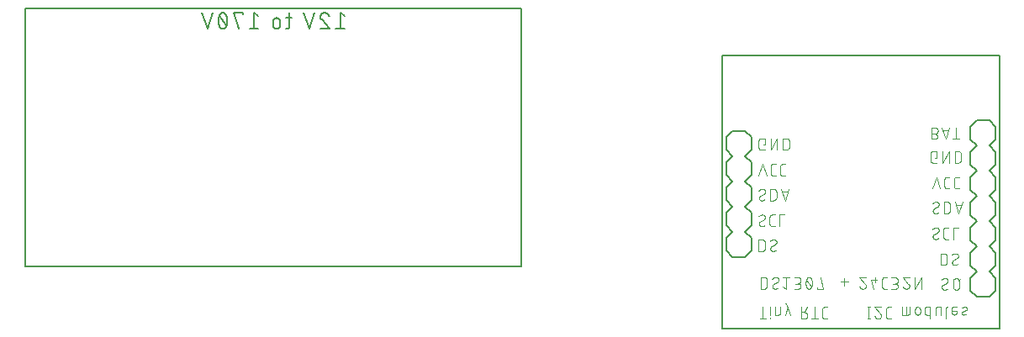
<source format=gbr>
G04 EAGLE Gerber RS-274X export*
G75*
%MOMM*%
%FSLAX34Y34*%
%LPD*%
%INSilkscreen Bottom*%
%IPPOS*%
%AMOC8*
5,1,8,0,0,1.08239X$1,22.5*%
G01*
%ADD10C,0.152400*%
%ADD11C,0.127000*%
%ADD12C,0.101600*%


D10*
X504000Y66500D02*
X4000Y66500D01*
X4000Y326500D01*
X504000Y326500D01*
X504000Y66500D01*
X325921Y318906D02*
X321405Y322518D01*
X321405Y306262D01*
X316890Y306262D02*
X325921Y306262D01*
X305323Y322518D02*
X305198Y322516D01*
X305073Y322510D01*
X304948Y322501D01*
X304824Y322487D01*
X304700Y322470D01*
X304576Y322449D01*
X304454Y322424D01*
X304332Y322395D01*
X304211Y322363D01*
X304091Y322327D01*
X303972Y322287D01*
X303855Y322244D01*
X303739Y322197D01*
X303624Y322146D01*
X303512Y322092D01*
X303400Y322034D01*
X303291Y321974D01*
X303184Y321909D01*
X303078Y321842D01*
X302975Y321771D01*
X302874Y321697D01*
X302775Y321620D01*
X302679Y321540D01*
X302585Y321457D01*
X302494Y321372D01*
X302405Y321283D01*
X302320Y321192D01*
X302237Y321098D01*
X302157Y321002D01*
X302080Y320903D01*
X302006Y320802D01*
X301935Y320699D01*
X301868Y320593D01*
X301803Y320486D01*
X301743Y320377D01*
X301685Y320265D01*
X301631Y320153D01*
X301580Y320038D01*
X301533Y319922D01*
X301490Y319805D01*
X301450Y319686D01*
X301414Y319566D01*
X301382Y319445D01*
X301353Y319323D01*
X301328Y319201D01*
X301307Y319077D01*
X301290Y318953D01*
X301276Y318829D01*
X301267Y318704D01*
X301261Y318579D01*
X301259Y318454D01*
X305323Y322518D02*
X305466Y322516D01*
X305608Y322510D01*
X305751Y322500D01*
X305893Y322487D01*
X306034Y322469D01*
X306176Y322448D01*
X306316Y322423D01*
X306456Y322394D01*
X306595Y322361D01*
X306733Y322324D01*
X306870Y322284D01*
X307005Y322240D01*
X307140Y322192D01*
X307273Y322140D01*
X307405Y322085D01*
X307535Y322026D01*
X307663Y321964D01*
X307790Y321898D01*
X307915Y321829D01*
X308038Y321757D01*
X308159Y321681D01*
X308277Y321602D01*
X308394Y321519D01*
X308508Y321434D01*
X308620Y321345D01*
X308729Y321254D01*
X308836Y321159D01*
X308941Y321062D01*
X309042Y320961D01*
X309141Y320858D01*
X309237Y320753D01*
X309330Y320644D01*
X309420Y320533D01*
X309507Y320420D01*
X309591Y320305D01*
X309671Y320187D01*
X309749Y320067D01*
X309823Y319945D01*
X309893Y319821D01*
X309961Y319695D01*
X310024Y319567D01*
X310085Y319438D01*
X310142Y319307D01*
X310195Y319175D01*
X310244Y319041D01*
X310290Y318906D01*
X302614Y315293D02*
X302520Y315385D01*
X302430Y315479D01*
X302342Y315576D01*
X302257Y315676D01*
X302175Y315778D01*
X302096Y315883D01*
X302021Y315990D01*
X301949Y316099D01*
X301880Y316210D01*
X301814Y316324D01*
X301752Y316439D01*
X301693Y316556D01*
X301638Y316675D01*
X301587Y316795D01*
X301539Y316917D01*
X301494Y317040D01*
X301454Y317164D01*
X301417Y317290D01*
X301384Y317417D01*
X301355Y317544D01*
X301329Y317673D01*
X301308Y317802D01*
X301290Y317932D01*
X301277Y318062D01*
X301267Y318192D01*
X301261Y318323D01*
X301259Y318454D01*
X302613Y315293D02*
X310290Y306262D01*
X301259Y306262D01*
X290143Y306262D02*
X295561Y322518D01*
X284724Y322518D02*
X290143Y306262D01*
X272127Y317099D02*
X266708Y317099D01*
X270321Y322518D02*
X270321Y308971D01*
X270320Y308971D02*
X270318Y308870D01*
X270312Y308769D01*
X270303Y308668D01*
X270290Y308567D01*
X270273Y308467D01*
X270252Y308368D01*
X270228Y308270D01*
X270200Y308173D01*
X270168Y308076D01*
X270133Y307981D01*
X270094Y307888D01*
X270052Y307796D01*
X270006Y307705D01*
X269957Y307617D01*
X269905Y307530D01*
X269849Y307445D01*
X269791Y307362D01*
X269729Y307282D01*
X269664Y307204D01*
X269597Y307128D01*
X269527Y307055D01*
X269454Y306985D01*
X269378Y306918D01*
X269300Y306853D01*
X269220Y306791D01*
X269137Y306733D01*
X269052Y306677D01*
X268966Y306625D01*
X268877Y306576D01*
X268786Y306530D01*
X268694Y306488D01*
X268601Y306449D01*
X268506Y306414D01*
X268409Y306382D01*
X268312Y306354D01*
X268214Y306330D01*
X268115Y306309D01*
X268015Y306292D01*
X267914Y306279D01*
X267813Y306270D01*
X267712Y306264D01*
X267611Y306262D01*
X266708Y306262D01*
X260930Y309874D02*
X260930Y313487D01*
X260929Y313487D02*
X260927Y313606D01*
X260921Y313726D01*
X260911Y313845D01*
X260897Y313963D01*
X260880Y314082D01*
X260858Y314199D01*
X260833Y314316D01*
X260803Y314431D01*
X260770Y314546D01*
X260733Y314660D01*
X260693Y314772D01*
X260648Y314883D01*
X260600Y314992D01*
X260549Y315100D01*
X260494Y315206D01*
X260435Y315310D01*
X260373Y315412D01*
X260308Y315512D01*
X260239Y315610D01*
X260167Y315706D01*
X260092Y315799D01*
X260015Y315889D01*
X259934Y315977D01*
X259850Y316062D01*
X259763Y316144D01*
X259674Y316224D01*
X259582Y316300D01*
X259488Y316374D01*
X259391Y316444D01*
X259293Y316511D01*
X259192Y316575D01*
X259088Y316635D01*
X258983Y316692D01*
X258876Y316745D01*
X258768Y316795D01*
X258658Y316841D01*
X258546Y316883D01*
X258433Y316922D01*
X258319Y316957D01*
X258204Y316988D01*
X258087Y317016D01*
X257970Y317039D01*
X257853Y317059D01*
X257734Y317075D01*
X257615Y317087D01*
X257496Y317095D01*
X257377Y317099D01*
X257257Y317099D01*
X257138Y317095D01*
X257019Y317087D01*
X256900Y317075D01*
X256781Y317059D01*
X256664Y317039D01*
X256547Y317016D01*
X256430Y316988D01*
X256315Y316957D01*
X256201Y316922D01*
X256088Y316883D01*
X255976Y316841D01*
X255866Y316795D01*
X255758Y316745D01*
X255651Y316692D01*
X255546Y316635D01*
X255442Y316575D01*
X255341Y316511D01*
X255243Y316444D01*
X255146Y316374D01*
X255052Y316300D01*
X254960Y316224D01*
X254871Y316144D01*
X254784Y316062D01*
X254700Y315977D01*
X254619Y315889D01*
X254542Y315799D01*
X254467Y315706D01*
X254395Y315610D01*
X254326Y315512D01*
X254261Y315412D01*
X254199Y315310D01*
X254140Y315206D01*
X254085Y315100D01*
X254034Y314992D01*
X253986Y314883D01*
X253941Y314772D01*
X253901Y314660D01*
X253864Y314546D01*
X253831Y314431D01*
X253801Y314316D01*
X253776Y314199D01*
X253754Y314082D01*
X253737Y313963D01*
X253723Y313845D01*
X253713Y313726D01*
X253707Y313606D01*
X253705Y313487D01*
X253705Y309874D01*
X253707Y309755D01*
X253713Y309635D01*
X253723Y309516D01*
X253737Y309398D01*
X253754Y309279D01*
X253776Y309162D01*
X253801Y309045D01*
X253831Y308930D01*
X253864Y308815D01*
X253901Y308701D01*
X253941Y308589D01*
X253986Y308478D01*
X254034Y308369D01*
X254085Y308261D01*
X254140Y308155D01*
X254199Y308051D01*
X254261Y307949D01*
X254326Y307849D01*
X254395Y307751D01*
X254467Y307655D01*
X254542Y307562D01*
X254619Y307472D01*
X254700Y307384D01*
X254784Y307299D01*
X254871Y307217D01*
X254960Y307137D01*
X255052Y307061D01*
X255146Y306987D01*
X255243Y306917D01*
X255341Y306850D01*
X255442Y306786D01*
X255546Y306726D01*
X255651Y306669D01*
X255758Y306616D01*
X255866Y306566D01*
X255976Y306520D01*
X256088Y306478D01*
X256201Y306439D01*
X256315Y306404D01*
X256430Y306373D01*
X256547Y306345D01*
X256664Y306322D01*
X256781Y306302D01*
X256900Y306286D01*
X257019Y306274D01*
X257138Y306266D01*
X257257Y306262D01*
X257377Y306262D01*
X257496Y306266D01*
X257615Y306274D01*
X257734Y306286D01*
X257853Y306302D01*
X257970Y306322D01*
X258087Y306345D01*
X258204Y306373D01*
X258319Y306404D01*
X258433Y306439D01*
X258546Y306478D01*
X258658Y306520D01*
X258768Y306566D01*
X258876Y306616D01*
X258983Y306669D01*
X259088Y306726D01*
X259192Y306786D01*
X259293Y306850D01*
X259391Y306917D01*
X259488Y306987D01*
X259582Y307061D01*
X259674Y307137D01*
X259763Y307217D01*
X259850Y307299D01*
X259934Y307384D01*
X260015Y307472D01*
X260092Y307562D01*
X260167Y307655D01*
X260239Y307751D01*
X260308Y307849D01*
X260373Y307949D01*
X260435Y308051D01*
X260494Y308155D01*
X260549Y308261D01*
X260600Y308369D01*
X260648Y308478D01*
X260693Y308589D01*
X260733Y308701D01*
X260770Y308815D01*
X260803Y308930D01*
X260833Y309045D01*
X260858Y309162D01*
X260880Y309279D01*
X260897Y309398D01*
X260911Y309516D01*
X260921Y309635D01*
X260927Y309755D01*
X260929Y309874D01*
X238907Y318906D02*
X234392Y322518D01*
X234392Y306262D01*
X238907Y306262D02*
X229876Y306262D01*
X223276Y320712D02*
X223276Y322518D01*
X214245Y322518D01*
X218760Y306262D01*
X207644Y314390D02*
X207640Y314710D01*
X207629Y315029D01*
X207610Y315349D01*
X207583Y315667D01*
X207549Y315985D01*
X207507Y316302D01*
X207457Y316618D01*
X207400Y316933D01*
X207336Y317246D01*
X207264Y317558D01*
X207185Y317868D01*
X207098Y318175D01*
X207004Y318481D01*
X206903Y318784D01*
X206794Y319085D01*
X206679Y319383D01*
X206556Y319679D01*
X206426Y319971D01*
X206289Y320260D01*
X206290Y320261D02*
X206251Y320369D01*
X206208Y320476D01*
X206162Y320581D01*
X206111Y320685D01*
X206058Y320787D01*
X206001Y320887D01*
X205940Y320985D01*
X205876Y321080D01*
X205809Y321174D01*
X205738Y321265D01*
X205665Y321354D01*
X205588Y321440D01*
X205509Y321523D01*
X205427Y321604D01*
X205342Y321682D01*
X205254Y321756D01*
X205164Y321828D01*
X205072Y321896D01*
X204977Y321962D01*
X204880Y322024D01*
X204781Y322082D01*
X204679Y322138D01*
X204577Y322189D01*
X204472Y322237D01*
X204366Y322282D01*
X204258Y322323D01*
X204149Y322360D01*
X204039Y322393D01*
X203927Y322422D01*
X203815Y322448D01*
X203702Y322470D01*
X203588Y322487D01*
X203474Y322501D01*
X203359Y322511D01*
X203244Y322517D01*
X203129Y322519D01*
X203129Y322518D02*
X203014Y322516D01*
X202899Y322510D01*
X202784Y322500D01*
X202670Y322486D01*
X202556Y322469D01*
X202443Y322447D01*
X202331Y322421D01*
X202219Y322392D01*
X202109Y322359D01*
X202000Y322322D01*
X201892Y322281D01*
X201786Y322236D01*
X201682Y322188D01*
X201579Y322137D01*
X201478Y322081D01*
X201378Y322023D01*
X201281Y321961D01*
X201187Y321896D01*
X201094Y321827D01*
X201004Y321755D01*
X200916Y321681D01*
X200831Y321603D01*
X200749Y321522D01*
X200670Y321439D01*
X200593Y321353D01*
X200520Y321264D01*
X200449Y321173D01*
X200382Y321079D01*
X200318Y320984D01*
X200257Y320886D01*
X200200Y320786D01*
X200147Y320684D01*
X200096Y320580D01*
X200050Y320475D01*
X200007Y320368D01*
X199968Y320260D01*
X199969Y320260D02*
X199832Y319971D01*
X199702Y319679D01*
X199579Y319383D01*
X199464Y319085D01*
X199355Y318784D01*
X199254Y318481D01*
X199160Y318175D01*
X199073Y317868D01*
X198994Y317558D01*
X198922Y317246D01*
X198858Y316933D01*
X198801Y316618D01*
X198751Y316302D01*
X198709Y315985D01*
X198675Y315667D01*
X198648Y315349D01*
X198629Y315029D01*
X198618Y314710D01*
X198614Y314390D01*
X207644Y314390D02*
X207640Y314070D01*
X207629Y313751D01*
X207610Y313431D01*
X207583Y313113D01*
X207549Y312795D01*
X207507Y312478D01*
X207457Y312162D01*
X207400Y311847D01*
X207336Y311534D01*
X207264Y311222D01*
X207185Y310912D01*
X207098Y310605D01*
X207004Y310299D01*
X206903Y309996D01*
X206794Y309695D01*
X206679Y309397D01*
X206556Y309101D01*
X206426Y308809D01*
X206289Y308520D01*
X206290Y308520D02*
X206251Y308412D01*
X206208Y308305D01*
X206162Y308200D01*
X206111Y308096D01*
X206058Y307994D01*
X206001Y307894D01*
X205940Y307796D01*
X205876Y307701D01*
X205809Y307607D01*
X205738Y307516D01*
X205665Y307427D01*
X205588Y307341D01*
X205509Y307258D01*
X205427Y307177D01*
X205342Y307099D01*
X205254Y307025D01*
X205164Y306953D01*
X205071Y306884D01*
X204977Y306819D01*
X204880Y306757D01*
X204780Y306699D01*
X204679Y306643D01*
X204577Y306592D01*
X204472Y306544D01*
X204366Y306499D01*
X204258Y306458D01*
X204149Y306421D01*
X204039Y306388D01*
X203927Y306359D01*
X203815Y306333D01*
X203702Y306311D01*
X203588Y306294D01*
X203474Y306280D01*
X203359Y306270D01*
X203244Y306264D01*
X203129Y306262D01*
X199969Y308520D02*
X199832Y308809D01*
X199702Y309101D01*
X199579Y309397D01*
X199464Y309695D01*
X199355Y309996D01*
X199254Y310299D01*
X199160Y310605D01*
X199073Y310912D01*
X198994Y311222D01*
X198922Y311534D01*
X198858Y311847D01*
X198801Y312162D01*
X198751Y312478D01*
X198709Y312795D01*
X198675Y313113D01*
X198648Y313431D01*
X198629Y313751D01*
X198618Y314070D01*
X198614Y314390D01*
X199968Y308520D02*
X200007Y308412D01*
X200050Y308305D01*
X200096Y308200D01*
X200147Y308096D01*
X200200Y307994D01*
X200258Y307894D01*
X200318Y307796D01*
X200382Y307701D01*
X200449Y307607D01*
X200520Y307516D01*
X200593Y307427D01*
X200670Y307341D01*
X200749Y307258D01*
X200831Y307177D01*
X200916Y307099D01*
X201004Y307025D01*
X201094Y306953D01*
X201187Y306884D01*
X201281Y306819D01*
X201378Y306757D01*
X201478Y306699D01*
X201579Y306643D01*
X201682Y306592D01*
X201786Y306544D01*
X201892Y306499D01*
X202000Y306458D01*
X202109Y306421D01*
X202219Y306388D01*
X202331Y306359D01*
X202443Y306333D01*
X202556Y306311D01*
X202670Y306294D01*
X202784Y306280D01*
X202899Y306270D01*
X203014Y306264D01*
X203129Y306262D01*
X206742Y309874D02*
X199517Y318906D01*
X192917Y322518D02*
X187498Y306262D01*
X182079Y322518D01*
X735200Y95250D02*
X735200Y82550D01*
X735200Y95250D02*
X728850Y101600D01*
X716150Y101600D02*
X709800Y95250D01*
X728850Y101600D02*
X735200Y107950D01*
X735200Y120650D01*
X728850Y127000D01*
X716150Y127000D02*
X709800Y120650D01*
X709800Y107950D01*
X716150Y101600D01*
X716150Y76200D02*
X728850Y76200D01*
X735200Y82550D01*
X716150Y76200D02*
X709800Y82550D01*
X709800Y95250D01*
X728850Y127000D02*
X735200Y133350D01*
X735200Y146050D01*
X728850Y152400D01*
X716150Y152400D02*
X709800Y146050D01*
X709800Y133350D01*
X716150Y127000D01*
X735200Y158750D02*
X735200Y171450D01*
X728850Y177800D01*
X716150Y177800D02*
X709800Y171450D01*
X728850Y177800D02*
X735200Y184150D01*
X735200Y196850D01*
X728850Y203200D01*
X716150Y203200D01*
X709800Y196850D01*
X709800Y184150D01*
X716150Y177800D01*
X735200Y158750D02*
X728850Y152400D01*
X716150Y152400D02*
X709800Y158750D01*
X709800Y171450D01*
X981400Y55150D02*
X981400Y42450D01*
X981400Y55150D02*
X975050Y61500D01*
X962350Y61500D02*
X956000Y55150D01*
X975050Y61500D02*
X981400Y67850D01*
X981400Y80550D01*
X975050Y86900D01*
X962350Y86900D02*
X956000Y80550D01*
X956000Y67850D01*
X962350Y61500D01*
X962350Y36100D02*
X975050Y36100D01*
X981400Y42450D01*
X962350Y36100D02*
X956000Y42450D01*
X956000Y55150D01*
X975050Y86900D02*
X981400Y93250D01*
X981400Y105950D01*
X975050Y112300D01*
X962350Y112300D02*
X956000Y105950D01*
X956000Y93250D01*
X962350Y86900D01*
X981400Y118650D02*
X981400Y131350D01*
X975050Y137700D01*
X962350Y137700D02*
X956000Y131350D01*
X975050Y137700D02*
X981400Y144050D01*
X981400Y156750D01*
X975050Y163100D01*
X962350Y163100D02*
X956000Y156750D01*
X956000Y144050D01*
X962350Y137700D01*
X981400Y118650D02*
X975050Y112300D01*
X962350Y112300D02*
X956000Y118650D01*
X956000Y131350D01*
X975050Y163100D02*
X981400Y169450D01*
X981400Y182150D01*
X975050Y188500D01*
X962350Y188500D02*
X956000Y182150D01*
X956000Y169450D01*
X962350Y163100D01*
X981400Y194850D02*
X981400Y207550D01*
X975050Y213900D01*
X962350Y213900D01*
X956000Y207550D01*
X975050Y188500D02*
X981400Y194850D01*
X962350Y188500D02*
X956000Y194850D01*
X956000Y207550D01*
D11*
X985200Y279400D02*
X706200Y279400D01*
X985200Y279400D02*
X985200Y4400D01*
X706200Y4400D01*
X706200Y279400D01*
D12*
X746954Y25892D02*
X746954Y14208D01*
X750199Y14208D02*
X743708Y14208D01*
X754193Y18103D02*
X754193Y25892D01*
X753868Y14857D02*
X753868Y14208D01*
X754517Y14208D01*
X754517Y14857D01*
X753868Y14857D01*
X759216Y18103D02*
X759216Y25892D01*
X759216Y18103D02*
X762462Y18103D01*
X762549Y18105D01*
X762637Y18111D01*
X762723Y18121D01*
X762810Y18134D01*
X762895Y18152D01*
X762980Y18173D01*
X763064Y18198D01*
X763146Y18227D01*
X763227Y18260D01*
X763307Y18296D01*
X763385Y18335D01*
X763461Y18379D01*
X763535Y18425D01*
X763606Y18475D01*
X763676Y18528D01*
X763743Y18584D01*
X763807Y18643D01*
X763869Y18704D01*
X763928Y18769D01*
X763984Y18836D01*
X764037Y18906D01*
X764087Y18977D01*
X764133Y19051D01*
X764177Y19127D01*
X764216Y19205D01*
X764252Y19285D01*
X764285Y19366D01*
X764314Y19448D01*
X764339Y19532D01*
X764360Y19617D01*
X764378Y19702D01*
X764391Y19789D01*
X764401Y19875D01*
X764407Y19963D01*
X764409Y20050D01*
X764409Y25892D01*
X769122Y29787D02*
X770420Y29787D01*
X774315Y18103D01*
X769122Y18103D02*
X771719Y25892D01*
X785311Y25892D02*
X785311Y14208D01*
X788556Y14208D01*
X788669Y14210D01*
X788782Y14216D01*
X788895Y14226D01*
X789008Y14240D01*
X789120Y14257D01*
X789231Y14279D01*
X789341Y14304D01*
X789451Y14334D01*
X789559Y14367D01*
X789666Y14404D01*
X789772Y14444D01*
X789876Y14489D01*
X789979Y14537D01*
X790080Y14588D01*
X790179Y14643D01*
X790276Y14701D01*
X790371Y14763D01*
X790464Y14828D01*
X790554Y14896D01*
X790642Y14967D01*
X790728Y15042D01*
X790811Y15119D01*
X790891Y15199D01*
X790968Y15282D01*
X791043Y15368D01*
X791114Y15456D01*
X791182Y15546D01*
X791247Y15639D01*
X791309Y15734D01*
X791367Y15831D01*
X791422Y15930D01*
X791473Y16031D01*
X791521Y16134D01*
X791566Y16238D01*
X791606Y16344D01*
X791643Y16451D01*
X791676Y16559D01*
X791706Y16669D01*
X791731Y16779D01*
X791753Y16890D01*
X791770Y17002D01*
X791784Y17115D01*
X791794Y17228D01*
X791800Y17341D01*
X791802Y17454D01*
X791800Y17567D01*
X791794Y17680D01*
X791784Y17793D01*
X791770Y17906D01*
X791753Y18018D01*
X791731Y18129D01*
X791706Y18239D01*
X791676Y18349D01*
X791643Y18457D01*
X791606Y18564D01*
X791566Y18670D01*
X791521Y18774D01*
X791473Y18877D01*
X791422Y18978D01*
X791367Y19077D01*
X791309Y19174D01*
X791247Y19269D01*
X791182Y19362D01*
X791114Y19452D01*
X791043Y19540D01*
X790968Y19626D01*
X790891Y19709D01*
X790811Y19789D01*
X790728Y19866D01*
X790642Y19941D01*
X790554Y20012D01*
X790464Y20080D01*
X790371Y20145D01*
X790276Y20207D01*
X790179Y20265D01*
X790080Y20320D01*
X789979Y20371D01*
X789876Y20419D01*
X789772Y20464D01*
X789666Y20504D01*
X789559Y20541D01*
X789451Y20574D01*
X789341Y20604D01*
X789231Y20629D01*
X789120Y20651D01*
X789008Y20668D01*
X788895Y20682D01*
X788782Y20692D01*
X788669Y20698D01*
X788556Y20700D01*
X788556Y20699D02*
X785311Y20699D01*
X789205Y20699D02*
X791802Y25892D01*
X799150Y25892D02*
X799150Y14208D01*
X795905Y14208D02*
X802396Y14208D01*
X809136Y25892D02*
X811733Y25892D01*
X809136Y25892D02*
X809037Y25890D01*
X808937Y25884D01*
X808838Y25875D01*
X808740Y25862D01*
X808642Y25845D01*
X808544Y25824D01*
X808448Y25799D01*
X808353Y25771D01*
X808259Y25739D01*
X808166Y25704D01*
X808074Y25665D01*
X807984Y25622D01*
X807896Y25577D01*
X807809Y25527D01*
X807725Y25475D01*
X807642Y25419D01*
X807562Y25361D01*
X807484Y25299D01*
X807409Y25234D01*
X807336Y25166D01*
X807266Y25096D01*
X807198Y25023D01*
X807133Y24948D01*
X807071Y24870D01*
X807013Y24790D01*
X806957Y24707D01*
X806905Y24623D01*
X806855Y24536D01*
X806810Y24448D01*
X806767Y24358D01*
X806728Y24266D01*
X806693Y24173D01*
X806661Y24079D01*
X806633Y23984D01*
X806608Y23888D01*
X806587Y23790D01*
X806570Y23692D01*
X806557Y23594D01*
X806548Y23495D01*
X806542Y23395D01*
X806540Y23296D01*
X806540Y16804D01*
X806539Y16804D02*
X806541Y16705D01*
X806547Y16605D01*
X806556Y16506D01*
X806569Y16408D01*
X806587Y16310D01*
X806607Y16212D01*
X806632Y16116D01*
X806660Y16020D01*
X806692Y15926D01*
X806727Y15833D01*
X806766Y15742D01*
X806809Y15652D01*
X806854Y15563D01*
X806904Y15477D01*
X806956Y15392D01*
X807012Y15310D01*
X807071Y15230D01*
X807132Y15152D01*
X807197Y15076D01*
X807265Y15003D01*
X807335Y14933D01*
X807408Y14865D01*
X807484Y14800D01*
X807562Y14739D01*
X807642Y14680D01*
X807724Y14624D01*
X807809Y14572D01*
X807895Y14523D01*
X807984Y14477D01*
X808074Y14434D01*
X808165Y14395D01*
X808258Y14360D01*
X808352Y14328D01*
X808448Y14300D01*
X808544Y14275D01*
X808642Y14255D01*
X808740Y14237D01*
X808838Y14224D01*
X808937Y14215D01*
X809036Y14209D01*
X809136Y14207D01*
X809136Y14208D02*
X811733Y14208D01*
X853633Y14208D02*
X853633Y25892D01*
X852335Y25892D02*
X854932Y25892D01*
X854932Y14208D02*
X852335Y14208D01*
X863102Y14208D02*
X863209Y14210D01*
X863315Y14216D01*
X863421Y14226D01*
X863527Y14239D01*
X863633Y14257D01*
X863737Y14278D01*
X863841Y14303D01*
X863944Y14332D01*
X864045Y14364D01*
X864145Y14401D01*
X864244Y14441D01*
X864342Y14484D01*
X864438Y14531D01*
X864532Y14582D01*
X864624Y14636D01*
X864714Y14693D01*
X864802Y14753D01*
X864887Y14817D01*
X864970Y14884D01*
X865051Y14954D01*
X865129Y15026D01*
X865205Y15102D01*
X865277Y15180D01*
X865347Y15261D01*
X865414Y15344D01*
X865478Y15429D01*
X865538Y15517D01*
X865595Y15607D01*
X865649Y15699D01*
X865700Y15793D01*
X865747Y15889D01*
X865790Y15987D01*
X865830Y16086D01*
X865867Y16186D01*
X865899Y16287D01*
X865928Y16390D01*
X865953Y16494D01*
X865974Y16598D01*
X865992Y16704D01*
X866005Y16810D01*
X866015Y16916D01*
X866021Y17022D01*
X866023Y17129D01*
X863102Y14208D02*
X862981Y14210D01*
X862860Y14216D01*
X862740Y14226D01*
X862619Y14239D01*
X862500Y14257D01*
X862380Y14278D01*
X862262Y14303D01*
X862145Y14332D01*
X862028Y14365D01*
X861913Y14401D01*
X861799Y14442D01*
X861686Y14485D01*
X861574Y14533D01*
X861465Y14584D01*
X861357Y14639D01*
X861250Y14697D01*
X861146Y14758D01*
X861044Y14823D01*
X860944Y14891D01*
X860846Y14962D01*
X860750Y15036D01*
X860657Y15113D01*
X860567Y15194D01*
X860479Y15277D01*
X860394Y15363D01*
X860311Y15452D01*
X860232Y15543D01*
X860155Y15637D01*
X860082Y15733D01*
X860012Y15831D01*
X859945Y15932D01*
X859881Y16035D01*
X859821Y16140D01*
X859763Y16247D01*
X859710Y16355D01*
X859660Y16465D01*
X859614Y16577D01*
X859571Y16690D01*
X859532Y16805D01*
X865049Y19401D02*
X865128Y19323D01*
X865204Y19243D01*
X865277Y19160D01*
X865347Y19074D01*
X865414Y18987D01*
X865478Y18896D01*
X865538Y18804D01*
X865596Y18710D01*
X865650Y18613D01*
X865700Y18515D01*
X865747Y18415D01*
X865791Y18314D01*
X865831Y18211D01*
X865867Y18106D01*
X865899Y18001D01*
X865928Y17894D01*
X865953Y17787D01*
X865975Y17678D01*
X865992Y17569D01*
X866006Y17460D01*
X866015Y17350D01*
X866021Y17239D01*
X866023Y17129D01*
X865049Y19401D02*
X859532Y25892D01*
X866023Y25892D01*
X873525Y25892D02*
X876122Y25892D01*
X873525Y25892D02*
X873426Y25890D01*
X873326Y25884D01*
X873227Y25875D01*
X873129Y25862D01*
X873031Y25845D01*
X872933Y25824D01*
X872837Y25799D01*
X872742Y25771D01*
X872648Y25739D01*
X872555Y25704D01*
X872463Y25665D01*
X872373Y25622D01*
X872285Y25577D01*
X872198Y25527D01*
X872114Y25475D01*
X872031Y25419D01*
X871951Y25361D01*
X871873Y25299D01*
X871798Y25234D01*
X871725Y25166D01*
X871655Y25096D01*
X871587Y25023D01*
X871522Y24948D01*
X871460Y24870D01*
X871402Y24790D01*
X871346Y24707D01*
X871294Y24623D01*
X871244Y24536D01*
X871199Y24448D01*
X871156Y24358D01*
X871117Y24266D01*
X871082Y24173D01*
X871050Y24079D01*
X871022Y23984D01*
X870997Y23888D01*
X870976Y23790D01*
X870959Y23692D01*
X870946Y23594D01*
X870937Y23495D01*
X870931Y23395D01*
X870929Y23296D01*
X870929Y16804D01*
X870928Y16804D02*
X870930Y16705D01*
X870936Y16605D01*
X870945Y16506D01*
X870958Y16408D01*
X870976Y16310D01*
X870996Y16212D01*
X871021Y16116D01*
X871049Y16020D01*
X871081Y15926D01*
X871116Y15833D01*
X871155Y15742D01*
X871198Y15652D01*
X871243Y15563D01*
X871293Y15477D01*
X871345Y15392D01*
X871401Y15310D01*
X871460Y15230D01*
X871521Y15152D01*
X871586Y15076D01*
X871654Y15003D01*
X871724Y14933D01*
X871797Y14865D01*
X871873Y14800D01*
X871951Y14739D01*
X872031Y14680D01*
X872113Y14624D01*
X872198Y14572D01*
X872284Y14523D01*
X872373Y14477D01*
X872463Y14434D01*
X872554Y14395D01*
X872647Y14360D01*
X872741Y14328D01*
X872837Y14300D01*
X872933Y14275D01*
X873031Y14255D01*
X873129Y14237D01*
X873227Y14224D01*
X873326Y14215D01*
X873425Y14209D01*
X873525Y14207D01*
X873525Y14208D02*
X876122Y14208D01*
X887077Y18103D02*
X887077Y25892D01*
X887077Y18103D02*
X892919Y18103D01*
X893006Y18105D01*
X893094Y18111D01*
X893180Y18121D01*
X893267Y18134D01*
X893352Y18152D01*
X893437Y18173D01*
X893521Y18198D01*
X893603Y18227D01*
X893684Y18260D01*
X893764Y18296D01*
X893842Y18335D01*
X893918Y18379D01*
X893992Y18425D01*
X894063Y18475D01*
X894133Y18528D01*
X894200Y18584D01*
X894264Y18643D01*
X894326Y18705D01*
X894385Y18769D01*
X894441Y18836D01*
X894494Y18906D01*
X894544Y18977D01*
X894590Y19051D01*
X894634Y19127D01*
X894673Y19205D01*
X894709Y19285D01*
X894742Y19366D01*
X894771Y19448D01*
X894796Y19532D01*
X894817Y19617D01*
X894835Y19702D01*
X894848Y19789D01*
X894858Y19875D01*
X894864Y19963D01*
X894866Y20050D01*
X894866Y25892D01*
X890971Y25892D02*
X890971Y18103D01*
X900186Y20699D02*
X900186Y23296D01*
X900186Y20699D02*
X900188Y20598D01*
X900194Y20498D01*
X900204Y20398D01*
X900217Y20298D01*
X900235Y20199D01*
X900256Y20100D01*
X900281Y20003D01*
X900310Y19906D01*
X900343Y19811D01*
X900379Y19717D01*
X900419Y19625D01*
X900462Y19534D01*
X900509Y19445D01*
X900559Y19358D01*
X900613Y19272D01*
X900670Y19189D01*
X900730Y19109D01*
X900793Y19030D01*
X900860Y18954D01*
X900929Y18881D01*
X901001Y18811D01*
X901075Y18743D01*
X901152Y18678D01*
X901232Y18617D01*
X901314Y18558D01*
X901398Y18503D01*
X901484Y18451D01*
X901572Y18402D01*
X901662Y18357D01*
X901754Y18315D01*
X901847Y18277D01*
X901942Y18243D01*
X902037Y18212D01*
X902134Y18185D01*
X902232Y18162D01*
X902331Y18142D01*
X902431Y18127D01*
X902531Y18115D01*
X902631Y18107D01*
X902732Y18103D01*
X902832Y18103D01*
X902933Y18107D01*
X903033Y18115D01*
X903133Y18127D01*
X903233Y18142D01*
X903332Y18162D01*
X903430Y18185D01*
X903527Y18212D01*
X903622Y18243D01*
X903717Y18277D01*
X903810Y18315D01*
X903902Y18357D01*
X903992Y18402D01*
X904080Y18451D01*
X904166Y18503D01*
X904250Y18558D01*
X904332Y18617D01*
X904412Y18678D01*
X904489Y18743D01*
X904563Y18811D01*
X904635Y18881D01*
X904704Y18954D01*
X904771Y19030D01*
X904834Y19109D01*
X904894Y19189D01*
X904951Y19272D01*
X905005Y19358D01*
X905055Y19445D01*
X905102Y19534D01*
X905145Y19625D01*
X905185Y19717D01*
X905221Y19811D01*
X905254Y19906D01*
X905283Y20003D01*
X905308Y20100D01*
X905329Y20199D01*
X905347Y20298D01*
X905360Y20398D01*
X905370Y20498D01*
X905376Y20598D01*
X905378Y20699D01*
X905379Y20699D02*
X905379Y23296D01*
X905378Y23296D02*
X905376Y23397D01*
X905370Y23497D01*
X905360Y23597D01*
X905347Y23697D01*
X905329Y23796D01*
X905308Y23895D01*
X905283Y23992D01*
X905254Y24089D01*
X905221Y24184D01*
X905185Y24278D01*
X905145Y24370D01*
X905102Y24461D01*
X905055Y24550D01*
X905005Y24637D01*
X904951Y24723D01*
X904894Y24806D01*
X904834Y24886D01*
X904771Y24965D01*
X904704Y25041D01*
X904635Y25114D01*
X904563Y25184D01*
X904489Y25252D01*
X904412Y25317D01*
X904332Y25378D01*
X904250Y25437D01*
X904166Y25492D01*
X904080Y25544D01*
X903992Y25593D01*
X903902Y25638D01*
X903810Y25680D01*
X903717Y25718D01*
X903622Y25752D01*
X903527Y25783D01*
X903430Y25810D01*
X903332Y25833D01*
X903233Y25853D01*
X903133Y25868D01*
X903033Y25880D01*
X902933Y25888D01*
X902832Y25892D01*
X902732Y25892D01*
X902631Y25888D01*
X902531Y25880D01*
X902431Y25868D01*
X902331Y25853D01*
X902232Y25833D01*
X902134Y25810D01*
X902037Y25783D01*
X901942Y25752D01*
X901847Y25718D01*
X901754Y25680D01*
X901662Y25638D01*
X901572Y25593D01*
X901484Y25544D01*
X901398Y25492D01*
X901314Y25437D01*
X901232Y25378D01*
X901152Y25317D01*
X901075Y25252D01*
X901001Y25184D01*
X900929Y25114D01*
X900860Y25041D01*
X900793Y24965D01*
X900730Y24886D01*
X900670Y24806D01*
X900613Y24723D01*
X900559Y24637D01*
X900509Y24550D01*
X900462Y24461D01*
X900419Y24370D01*
X900379Y24278D01*
X900343Y24184D01*
X900310Y24089D01*
X900281Y23992D01*
X900256Y23895D01*
X900235Y23796D01*
X900217Y23697D01*
X900204Y23597D01*
X900194Y23497D01*
X900188Y23397D01*
X900186Y23296D01*
X915226Y25892D02*
X915226Y14208D01*
X915226Y25892D02*
X911980Y25892D01*
X911893Y25890D01*
X911805Y25884D01*
X911719Y25874D01*
X911632Y25861D01*
X911547Y25843D01*
X911462Y25822D01*
X911378Y25797D01*
X911296Y25768D01*
X911215Y25735D01*
X911135Y25699D01*
X911057Y25660D01*
X910981Y25616D01*
X910907Y25570D01*
X910836Y25520D01*
X910766Y25467D01*
X910699Y25411D01*
X910635Y25352D01*
X910573Y25290D01*
X910514Y25226D01*
X910458Y25159D01*
X910405Y25089D01*
X910355Y25018D01*
X910309Y24944D01*
X910265Y24868D01*
X910226Y24790D01*
X910190Y24710D01*
X910157Y24629D01*
X910128Y24547D01*
X910103Y24463D01*
X910082Y24378D01*
X910064Y24293D01*
X910051Y24206D01*
X910041Y24120D01*
X910035Y24032D01*
X910033Y23945D01*
X910033Y20050D01*
X910035Y19963D01*
X910041Y19875D01*
X910051Y19789D01*
X910064Y19702D01*
X910082Y19617D01*
X910103Y19532D01*
X910128Y19448D01*
X910157Y19366D01*
X910190Y19285D01*
X910226Y19205D01*
X910265Y19127D01*
X910309Y19051D01*
X910355Y18977D01*
X910405Y18906D01*
X910458Y18836D01*
X910514Y18769D01*
X910573Y18705D01*
X910635Y18643D01*
X910699Y18584D01*
X910766Y18528D01*
X910836Y18475D01*
X910907Y18425D01*
X910981Y18379D01*
X911057Y18335D01*
X911135Y18296D01*
X911215Y18260D01*
X911296Y18227D01*
X911378Y18198D01*
X911462Y18173D01*
X911547Y18152D01*
X911632Y18134D01*
X911719Y18121D01*
X911805Y18111D01*
X911893Y18105D01*
X911980Y18103D01*
X915226Y18103D01*
X920760Y18103D02*
X920760Y23945D01*
X920762Y24032D01*
X920768Y24120D01*
X920778Y24206D01*
X920791Y24293D01*
X920809Y24378D01*
X920830Y24463D01*
X920855Y24547D01*
X920884Y24629D01*
X920917Y24710D01*
X920953Y24790D01*
X920992Y24868D01*
X921036Y24944D01*
X921082Y25018D01*
X921132Y25089D01*
X921185Y25159D01*
X921241Y25226D01*
X921300Y25290D01*
X921362Y25352D01*
X921426Y25411D01*
X921493Y25467D01*
X921563Y25520D01*
X921634Y25570D01*
X921708Y25616D01*
X921784Y25660D01*
X921862Y25699D01*
X921942Y25735D01*
X922023Y25768D01*
X922105Y25797D01*
X922189Y25822D01*
X922274Y25843D01*
X922359Y25861D01*
X922446Y25874D01*
X922532Y25884D01*
X922620Y25890D01*
X922707Y25892D01*
X925953Y25892D01*
X925953Y18103D01*
X931197Y14208D02*
X931197Y23945D01*
X931199Y24032D01*
X931205Y24120D01*
X931215Y24206D01*
X931228Y24293D01*
X931246Y24378D01*
X931267Y24463D01*
X931292Y24547D01*
X931321Y24629D01*
X931354Y24710D01*
X931390Y24790D01*
X931429Y24868D01*
X931473Y24944D01*
X931519Y25018D01*
X931569Y25089D01*
X931622Y25159D01*
X931678Y25226D01*
X931737Y25290D01*
X931799Y25352D01*
X931863Y25411D01*
X931930Y25467D01*
X932000Y25520D01*
X932071Y25570D01*
X932145Y25616D01*
X932221Y25660D01*
X932299Y25699D01*
X932379Y25735D01*
X932460Y25768D01*
X932542Y25797D01*
X932626Y25822D01*
X932711Y25843D01*
X932796Y25861D01*
X932883Y25874D01*
X932969Y25884D01*
X933057Y25890D01*
X933144Y25892D01*
X939090Y25892D02*
X942336Y25892D01*
X939090Y25892D02*
X939003Y25890D01*
X938915Y25884D01*
X938829Y25874D01*
X938742Y25861D01*
X938657Y25843D01*
X938572Y25822D01*
X938488Y25797D01*
X938406Y25768D01*
X938325Y25735D01*
X938245Y25699D01*
X938167Y25660D01*
X938091Y25616D01*
X938017Y25570D01*
X937946Y25520D01*
X937876Y25467D01*
X937809Y25411D01*
X937745Y25352D01*
X937683Y25290D01*
X937624Y25226D01*
X937568Y25159D01*
X937515Y25089D01*
X937465Y25018D01*
X937419Y24944D01*
X937375Y24868D01*
X937336Y24790D01*
X937300Y24710D01*
X937267Y24629D01*
X937238Y24547D01*
X937213Y24463D01*
X937192Y24378D01*
X937174Y24293D01*
X937161Y24206D01*
X937151Y24120D01*
X937145Y24032D01*
X937143Y23945D01*
X937143Y20699D01*
X937145Y20598D01*
X937151Y20498D01*
X937161Y20398D01*
X937174Y20298D01*
X937192Y20199D01*
X937213Y20100D01*
X937238Y20003D01*
X937267Y19906D01*
X937300Y19811D01*
X937336Y19717D01*
X937376Y19625D01*
X937419Y19534D01*
X937466Y19445D01*
X937516Y19358D01*
X937570Y19272D01*
X937627Y19189D01*
X937687Y19109D01*
X937750Y19030D01*
X937817Y18954D01*
X937886Y18881D01*
X937958Y18811D01*
X938032Y18743D01*
X938109Y18678D01*
X938189Y18617D01*
X938271Y18558D01*
X938355Y18503D01*
X938441Y18451D01*
X938529Y18402D01*
X938619Y18357D01*
X938711Y18315D01*
X938804Y18277D01*
X938899Y18243D01*
X938994Y18212D01*
X939091Y18185D01*
X939189Y18162D01*
X939288Y18142D01*
X939388Y18127D01*
X939488Y18115D01*
X939588Y18107D01*
X939689Y18103D01*
X939789Y18103D01*
X939890Y18107D01*
X939990Y18115D01*
X940090Y18127D01*
X940190Y18142D01*
X940289Y18162D01*
X940387Y18185D01*
X940484Y18212D01*
X940579Y18243D01*
X940674Y18277D01*
X940767Y18315D01*
X940859Y18357D01*
X940949Y18402D01*
X941037Y18451D01*
X941123Y18503D01*
X941207Y18558D01*
X941289Y18617D01*
X941369Y18678D01*
X941446Y18743D01*
X941520Y18811D01*
X941592Y18881D01*
X941661Y18954D01*
X941728Y19030D01*
X941791Y19109D01*
X941851Y19189D01*
X941908Y19272D01*
X941962Y19358D01*
X942012Y19445D01*
X942059Y19534D01*
X942102Y19625D01*
X942142Y19717D01*
X942178Y19811D01*
X942211Y19906D01*
X942240Y20003D01*
X942265Y20100D01*
X942286Y20199D01*
X942304Y20298D01*
X942317Y20398D01*
X942327Y20498D01*
X942333Y20598D01*
X942335Y20699D01*
X942336Y20699D02*
X942336Y21997D01*
X937143Y21997D01*
X948023Y21348D02*
X951268Y22646D01*
X948023Y21349D02*
X947948Y21316D01*
X947874Y21280D01*
X947802Y21241D01*
X947732Y21198D01*
X947665Y21152D01*
X947599Y21102D01*
X947537Y21050D01*
X947476Y20994D01*
X947419Y20936D01*
X947364Y20875D01*
X947313Y20811D01*
X947265Y20745D01*
X947220Y20676D01*
X947178Y20606D01*
X947140Y20533D01*
X947105Y20459D01*
X947074Y20383D01*
X947047Y20306D01*
X947024Y20227D01*
X947004Y20148D01*
X946989Y20067D01*
X946977Y19986D01*
X946969Y19904D01*
X946965Y19823D01*
X946966Y19741D01*
X946970Y19659D01*
X946978Y19577D01*
X946990Y19496D01*
X947006Y19416D01*
X947026Y19336D01*
X947050Y19258D01*
X947078Y19181D01*
X947109Y19105D01*
X947144Y19031D01*
X947182Y18959D01*
X947224Y18888D01*
X947270Y18820D01*
X947318Y18754D01*
X947370Y18691D01*
X947425Y18630D01*
X947483Y18572D01*
X947543Y18516D01*
X947606Y18464D01*
X947672Y18415D01*
X947740Y18369D01*
X947810Y18327D01*
X947882Y18287D01*
X947956Y18252D01*
X948031Y18220D01*
X948108Y18192D01*
X948186Y18168D01*
X948266Y18147D01*
X948346Y18130D01*
X948427Y18118D01*
X948508Y18109D01*
X948590Y18104D01*
X948672Y18103D01*
X948671Y18103D02*
X948848Y18107D01*
X949025Y18116D01*
X949202Y18130D01*
X949379Y18147D01*
X949554Y18169D01*
X949730Y18194D01*
X949904Y18225D01*
X950078Y18259D01*
X950251Y18297D01*
X950423Y18340D01*
X950594Y18387D01*
X950764Y18437D01*
X950933Y18492D01*
X951100Y18551D01*
X951266Y18614D01*
X951430Y18681D01*
X951592Y18752D01*
X951268Y22646D02*
X951343Y22679D01*
X951417Y22715D01*
X951489Y22754D01*
X951559Y22797D01*
X951626Y22843D01*
X951692Y22893D01*
X951754Y22945D01*
X951815Y23001D01*
X951872Y23059D01*
X951927Y23120D01*
X951978Y23184D01*
X952026Y23250D01*
X952071Y23319D01*
X952113Y23389D01*
X952151Y23462D01*
X952186Y23536D01*
X952217Y23612D01*
X952244Y23689D01*
X952267Y23768D01*
X952287Y23848D01*
X952302Y23928D01*
X952314Y24009D01*
X952322Y24091D01*
X952326Y24172D01*
X952325Y24254D01*
X952321Y24336D01*
X952313Y24418D01*
X952301Y24499D01*
X952285Y24579D01*
X952265Y24659D01*
X952241Y24737D01*
X952213Y24814D01*
X952182Y24890D01*
X952147Y24964D01*
X952109Y25036D01*
X952067Y25107D01*
X952021Y25175D01*
X951973Y25241D01*
X951921Y25304D01*
X951866Y25365D01*
X951808Y25423D01*
X951748Y25479D01*
X951685Y25531D01*
X951619Y25580D01*
X951551Y25626D01*
X951481Y25668D01*
X951409Y25708D01*
X951335Y25743D01*
X951260Y25775D01*
X951183Y25803D01*
X951105Y25827D01*
X951025Y25848D01*
X950945Y25865D01*
X950864Y25877D01*
X950783Y25886D01*
X950701Y25891D01*
X950619Y25892D01*
X950359Y25885D01*
X950099Y25872D01*
X949839Y25853D01*
X949580Y25828D01*
X949321Y25796D01*
X949064Y25759D01*
X948807Y25715D01*
X948551Y25666D01*
X948297Y25610D01*
X948044Y25549D01*
X947793Y25481D01*
X947543Y25407D01*
X947295Y25328D01*
X947049Y25243D01*
X742708Y82208D02*
X742708Y93892D01*
X742708Y82208D02*
X745954Y82208D01*
X746067Y82210D01*
X746180Y82216D01*
X746293Y82226D01*
X746406Y82240D01*
X746518Y82257D01*
X746629Y82279D01*
X746739Y82304D01*
X746849Y82334D01*
X746957Y82367D01*
X747064Y82404D01*
X747170Y82444D01*
X747274Y82489D01*
X747377Y82537D01*
X747478Y82588D01*
X747577Y82643D01*
X747674Y82701D01*
X747769Y82763D01*
X747862Y82828D01*
X747952Y82896D01*
X748040Y82967D01*
X748126Y83042D01*
X748209Y83119D01*
X748289Y83199D01*
X748366Y83282D01*
X748441Y83368D01*
X748512Y83456D01*
X748580Y83546D01*
X748645Y83639D01*
X748707Y83734D01*
X748765Y83831D01*
X748820Y83930D01*
X748871Y84031D01*
X748919Y84134D01*
X748964Y84238D01*
X749004Y84344D01*
X749041Y84451D01*
X749074Y84559D01*
X749104Y84669D01*
X749129Y84779D01*
X749151Y84890D01*
X749168Y85002D01*
X749182Y85115D01*
X749192Y85228D01*
X749198Y85341D01*
X749200Y85454D01*
X749199Y85454D02*
X749199Y90646D01*
X749200Y90646D02*
X749198Y90759D01*
X749192Y90872D01*
X749182Y90985D01*
X749168Y91098D01*
X749151Y91210D01*
X749129Y91321D01*
X749104Y91431D01*
X749074Y91541D01*
X749041Y91649D01*
X749004Y91756D01*
X748964Y91862D01*
X748919Y91966D01*
X748871Y92069D01*
X748820Y92170D01*
X748765Y92269D01*
X748707Y92366D01*
X748645Y92461D01*
X748580Y92554D01*
X748512Y92644D01*
X748441Y92732D01*
X748366Y92818D01*
X748289Y92901D01*
X748209Y92981D01*
X748126Y93058D01*
X748040Y93133D01*
X747952Y93204D01*
X747862Y93272D01*
X747769Y93337D01*
X747674Y93399D01*
X747577Y93457D01*
X747478Y93512D01*
X747377Y93563D01*
X747274Y93611D01*
X747170Y93656D01*
X747064Y93696D01*
X746957Y93733D01*
X746849Y93766D01*
X746739Y93796D01*
X746629Y93821D01*
X746518Y93843D01*
X746406Y93860D01*
X746293Y93874D01*
X746180Y93884D01*
X746067Y93890D01*
X745954Y93892D01*
X742708Y93892D01*
X758033Y93892D02*
X758132Y93890D01*
X758232Y93884D01*
X758331Y93875D01*
X758429Y93862D01*
X758527Y93845D01*
X758625Y93824D01*
X758721Y93799D01*
X758816Y93771D01*
X758910Y93739D01*
X759003Y93704D01*
X759095Y93665D01*
X759185Y93622D01*
X759273Y93577D01*
X759360Y93527D01*
X759444Y93475D01*
X759527Y93419D01*
X759607Y93361D01*
X759685Y93299D01*
X759760Y93234D01*
X759833Y93166D01*
X759903Y93096D01*
X759971Y93023D01*
X760036Y92948D01*
X760098Y92870D01*
X760156Y92790D01*
X760212Y92707D01*
X760264Y92623D01*
X760314Y92536D01*
X760359Y92448D01*
X760402Y92358D01*
X760441Y92266D01*
X760476Y92173D01*
X760508Y92079D01*
X760536Y91984D01*
X760561Y91888D01*
X760582Y91790D01*
X760599Y91692D01*
X760612Y91594D01*
X760621Y91495D01*
X760627Y91395D01*
X760629Y91296D01*
X758033Y93892D02*
X757889Y93890D01*
X757744Y93884D01*
X757600Y93875D01*
X757457Y93862D01*
X757313Y93845D01*
X757170Y93824D01*
X757028Y93799D01*
X756887Y93771D01*
X756746Y93739D01*
X756606Y93703D01*
X756467Y93664D01*
X756329Y93621D01*
X756193Y93574D01*
X756057Y93524D01*
X755923Y93470D01*
X755791Y93413D01*
X755660Y93352D01*
X755531Y93288D01*
X755403Y93220D01*
X755277Y93150D01*
X755153Y93075D01*
X755032Y92998D01*
X754912Y92917D01*
X754794Y92834D01*
X754679Y92747D01*
X754566Y92657D01*
X754455Y92564D01*
X754347Y92469D01*
X754241Y92370D01*
X754138Y92269D01*
X754463Y84804D02*
X754465Y84705D01*
X754471Y84605D01*
X754480Y84506D01*
X754493Y84408D01*
X754510Y84310D01*
X754531Y84212D01*
X754556Y84116D01*
X754584Y84021D01*
X754616Y83927D01*
X754651Y83834D01*
X754690Y83742D01*
X754733Y83652D01*
X754778Y83564D01*
X754828Y83477D01*
X754880Y83393D01*
X754936Y83310D01*
X754994Y83230D01*
X755056Y83152D01*
X755121Y83077D01*
X755189Y83004D01*
X755259Y82934D01*
X755332Y82866D01*
X755407Y82801D01*
X755485Y82739D01*
X755565Y82681D01*
X755648Y82625D01*
X755732Y82573D01*
X755819Y82523D01*
X755907Y82478D01*
X755997Y82435D01*
X756089Y82396D01*
X756182Y82361D01*
X756276Y82329D01*
X756371Y82301D01*
X756467Y82276D01*
X756565Y82255D01*
X756663Y82238D01*
X756761Y82225D01*
X756860Y82216D01*
X756960Y82210D01*
X757059Y82208D01*
X757195Y82210D01*
X757331Y82216D01*
X757467Y82225D01*
X757603Y82238D01*
X757738Y82256D01*
X757872Y82276D01*
X758006Y82301D01*
X758140Y82329D01*
X758272Y82362D01*
X758403Y82397D01*
X758534Y82437D01*
X758663Y82480D01*
X758791Y82526D01*
X758917Y82577D01*
X759043Y82630D01*
X759166Y82688D01*
X759288Y82748D01*
X759408Y82812D01*
X759527Y82880D01*
X759643Y82950D01*
X759757Y83024D01*
X759870Y83101D01*
X759980Y83182D01*
X755760Y87076D02*
X755674Y87023D01*
X755590Y86966D01*
X755508Y86907D01*
X755428Y86844D01*
X755351Y86778D01*
X755276Y86710D01*
X755204Y86638D01*
X755135Y86564D01*
X755069Y86487D01*
X755006Y86408D01*
X754946Y86326D01*
X754889Y86242D01*
X754835Y86156D01*
X754785Y86068D01*
X754738Y85978D01*
X754694Y85887D01*
X754655Y85793D01*
X754618Y85699D01*
X754586Y85603D01*
X754557Y85505D01*
X754532Y85407D01*
X754511Y85308D01*
X754493Y85208D01*
X754480Y85108D01*
X754470Y85007D01*
X754464Y84905D01*
X754462Y84804D01*
X759331Y89024D02*
X759417Y89077D01*
X759501Y89134D01*
X759583Y89193D01*
X759663Y89256D01*
X759740Y89322D01*
X759815Y89390D01*
X759887Y89462D01*
X759956Y89536D01*
X760022Y89613D01*
X760085Y89692D01*
X760145Y89774D01*
X760202Y89858D01*
X760256Y89944D01*
X760306Y90032D01*
X760353Y90122D01*
X760397Y90213D01*
X760436Y90307D01*
X760473Y90401D01*
X760505Y90497D01*
X760534Y90595D01*
X760559Y90693D01*
X760580Y90792D01*
X760598Y90892D01*
X760611Y90992D01*
X760621Y91093D01*
X760627Y91195D01*
X760629Y91296D01*
X759331Y89024D02*
X755761Y87076D01*
X749199Y116296D02*
X749197Y116395D01*
X749191Y116495D01*
X749182Y116594D01*
X749169Y116692D01*
X749152Y116790D01*
X749131Y116888D01*
X749106Y116984D01*
X749078Y117079D01*
X749046Y117173D01*
X749011Y117266D01*
X748972Y117358D01*
X748929Y117448D01*
X748884Y117536D01*
X748834Y117623D01*
X748782Y117707D01*
X748726Y117790D01*
X748668Y117870D01*
X748606Y117948D01*
X748541Y118023D01*
X748473Y118096D01*
X748403Y118166D01*
X748330Y118234D01*
X748255Y118299D01*
X748177Y118361D01*
X748097Y118419D01*
X748014Y118475D01*
X747930Y118527D01*
X747843Y118577D01*
X747755Y118622D01*
X747665Y118665D01*
X747573Y118704D01*
X747480Y118739D01*
X747386Y118771D01*
X747291Y118799D01*
X747195Y118824D01*
X747097Y118845D01*
X746999Y118862D01*
X746901Y118875D01*
X746802Y118884D01*
X746702Y118890D01*
X746603Y118892D01*
X746459Y118890D01*
X746314Y118884D01*
X746170Y118875D01*
X746027Y118862D01*
X745883Y118845D01*
X745740Y118824D01*
X745598Y118799D01*
X745457Y118771D01*
X745316Y118739D01*
X745176Y118703D01*
X745037Y118664D01*
X744899Y118621D01*
X744763Y118574D01*
X744627Y118524D01*
X744493Y118470D01*
X744361Y118413D01*
X744230Y118352D01*
X744101Y118288D01*
X743973Y118220D01*
X743847Y118150D01*
X743723Y118075D01*
X743602Y117998D01*
X743482Y117917D01*
X743364Y117834D01*
X743249Y117747D01*
X743136Y117657D01*
X743025Y117564D01*
X742917Y117469D01*
X742811Y117370D01*
X742708Y117269D01*
X743033Y109804D02*
X743035Y109705D01*
X743041Y109605D01*
X743050Y109506D01*
X743063Y109408D01*
X743080Y109310D01*
X743101Y109212D01*
X743126Y109116D01*
X743154Y109021D01*
X743186Y108927D01*
X743221Y108834D01*
X743260Y108742D01*
X743303Y108652D01*
X743348Y108564D01*
X743398Y108477D01*
X743450Y108393D01*
X743506Y108310D01*
X743564Y108230D01*
X743626Y108152D01*
X743691Y108077D01*
X743759Y108004D01*
X743829Y107934D01*
X743902Y107866D01*
X743977Y107801D01*
X744055Y107739D01*
X744135Y107681D01*
X744218Y107625D01*
X744302Y107573D01*
X744389Y107523D01*
X744477Y107478D01*
X744567Y107435D01*
X744659Y107396D01*
X744752Y107361D01*
X744846Y107329D01*
X744941Y107301D01*
X745037Y107276D01*
X745135Y107255D01*
X745233Y107238D01*
X745331Y107225D01*
X745430Y107216D01*
X745530Y107210D01*
X745629Y107208D01*
X745765Y107210D01*
X745901Y107216D01*
X746037Y107225D01*
X746173Y107238D01*
X746308Y107256D01*
X746442Y107276D01*
X746576Y107301D01*
X746710Y107329D01*
X746842Y107362D01*
X746973Y107397D01*
X747104Y107437D01*
X747233Y107480D01*
X747361Y107526D01*
X747487Y107577D01*
X747613Y107630D01*
X747736Y107688D01*
X747858Y107748D01*
X747978Y107812D01*
X748097Y107880D01*
X748213Y107950D01*
X748327Y108024D01*
X748440Y108101D01*
X748550Y108182D01*
X744331Y112076D02*
X744245Y112023D01*
X744161Y111966D01*
X744079Y111907D01*
X743999Y111844D01*
X743922Y111778D01*
X743847Y111710D01*
X743775Y111638D01*
X743706Y111564D01*
X743640Y111487D01*
X743577Y111408D01*
X743517Y111326D01*
X743460Y111242D01*
X743406Y111156D01*
X743356Y111068D01*
X743309Y110978D01*
X743265Y110887D01*
X743226Y110793D01*
X743189Y110699D01*
X743157Y110603D01*
X743128Y110505D01*
X743103Y110407D01*
X743082Y110308D01*
X743064Y110208D01*
X743051Y110108D01*
X743041Y110007D01*
X743035Y109905D01*
X743033Y109804D01*
X747901Y114024D02*
X747987Y114077D01*
X748071Y114134D01*
X748153Y114193D01*
X748233Y114256D01*
X748310Y114322D01*
X748385Y114390D01*
X748457Y114462D01*
X748526Y114536D01*
X748592Y114613D01*
X748655Y114692D01*
X748715Y114774D01*
X748772Y114858D01*
X748826Y114944D01*
X748876Y115032D01*
X748923Y115122D01*
X748967Y115213D01*
X749006Y115307D01*
X749043Y115401D01*
X749075Y115497D01*
X749104Y115595D01*
X749129Y115693D01*
X749150Y115792D01*
X749168Y115892D01*
X749181Y115992D01*
X749191Y116093D01*
X749197Y116195D01*
X749199Y116296D01*
X747901Y114024D02*
X744331Y112076D01*
X756320Y118892D02*
X758917Y118892D01*
X756320Y118892D02*
X756221Y118890D01*
X756121Y118884D01*
X756022Y118875D01*
X755924Y118862D01*
X755826Y118845D01*
X755728Y118824D01*
X755632Y118799D01*
X755537Y118771D01*
X755443Y118739D01*
X755350Y118704D01*
X755258Y118665D01*
X755168Y118622D01*
X755080Y118577D01*
X754993Y118527D01*
X754909Y118475D01*
X754826Y118419D01*
X754746Y118361D01*
X754668Y118299D01*
X754593Y118234D01*
X754520Y118166D01*
X754450Y118096D01*
X754382Y118023D01*
X754317Y117948D01*
X754255Y117870D01*
X754197Y117790D01*
X754141Y117707D01*
X754089Y117623D01*
X754039Y117536D01*
X753994Y117448D01*
X753951Y117358D01*
X753912Y117266D01*
X753877Y117173D01*
X753845Y117079D01*
X753817Y116984D01*
X753792Y116888D01*
X753771Y116790D01*
X753754Y116692D01*
X753741Y116594D01*
X753732Y116495D01*
X753726Y116395D01*
X753724Y116296D01*
X753724Y109804D01*
X753723Y109804D02*
X753725Y109705D01*
X753731Y109605D01*
X753740Y109506D01*
X753753Y109408D01*
X753771Y109310D01*
X753791Y109212D01*
X753816Y109116D01*
X753844Y109020D01*
X753876Y108926D01*
X753911Y108833D01*
X753950Y108742D01*
X753993Y108652D01*
X754038Y108563D01*
X754088Y108477D01*
X754140Y108392D01*
X754196Y108310D01*
X754255Y108230D01*
X754316Y108152D01*
X754381Y108076D01*
X754449Y108003D01*
X754519Y107933D01*
X754592Y107865D01*
X754668Y107800D01*
X754746Y107739D01*
X754826Y107680D01*
X754908Y107624D01*
X754993Y107572D01*
X755079Y107523D01*
X755168Y107477D01*
X755258Y107434D01*
X755349Y107395D01*
X755442Y107360D01*
X755536Y107328D01*
X755632Y107300D01*
X755728Y107275D01*
X755826Y107255D01*
X755924Y107237D01*
X756022Y107224D01*
X756121Y107215D01*
X756220Y107209D01*
X756320Y107207D01*
X756320Y107208D02*
X758917Y107208D01*
X763686Y107208D02*
X763686Y118892D01*
X768878Y118892D01*
X749199Y142296D02*
X749197Y142395D01*
X749191Y142495D01*
X749182Y142594D01*
X749169Y142692D01*
X749152Y142790D01*
X749131Y142888D01*
X749106Y142984D01*
X749078Y143079D01*
X749046Y143173D01*
X749011Y143266D01*
X748972Y143358D01*
X748929Y143448D01*
X748884Y143536D01*
X748834Y143623D01*
X748782Y143707D01*
X748726Y143790D01*
X748668Y143870D01*
X748606Y143948D01*
X748541Y144023D01*
X748473Y144096D01*
X748403Y144166D01*
X748330Y144234D01*
X748255Y144299D01*
X748177Y144361D01*
X748097Y144419D01*
X748014Y144475D01*
X747930Y144527D01*
X747843Y144577D01*
X747755Y144622D01*
X747665Y144665D01*
X747573Y144704D01*
X747480Y144739D01*
X747386Y144771D01*
X747291Y144799D01*
X747195Y144824D01*
X747097Y144845D01*
X746999Y144862D01*
X746901Y144875D01*
X746802Y144884D01*
X746702Y144890D01*
X746603Y144892D01*
X746459Y144890D01*
X746314Y144884D01*
X746170Y144875D01*
X746027Y144862D01*
X745883Y144845D01*
X745740Y144824D01*
X745598Y144799D01*
X745457Y144771D01*
X745316Y144739D01*
X745176Y144703D01*
X745037Y144664D01*
X744899Y144621D01*
X744763Y144574D01*
X744627Y144524D01*
X744493Y144470D01*
X744361Y144413D01*
X744230Y144352D01*
X744101Y144288D01*
X743973Y144220D01*
X743847Y144150D01*
X743723Y144075D01*
X743602Y143998D01*
X743482Y143917D01*
X743364Y143834D01*
X743249Y143747D01*
X743136Y143657D01*
X743025Y143564D01*
X742917Y143469D01*
X742811Y143370D01*
X742708Y143269D01*
X743033Y135804D02*
X743035Y135705D01*
X743041Y135605D01*
X743050Y135506D01*
X743063Y135408D01*
X743080Y135310D01*
X743101Y135212D01*
X743126Y135116D01*
X743154Y135021D01*
X743186Y134927D01*
X743221Y134834D01*
X743260Y134742D01*
X743303Y134652D01*
X743348Y134564D01*
X743398Y134477D01*
X743450Y134393D01*
X743506Y134310D01*
X743564Y134230D01*
X743626Y134152D01*
X743691Y134077D01*
X743759Y134004D01*
X743829Y133934D01*
X743902Y133866D01*
X743977Y133801D01*
X744055Y133739D01*
X744135Y133681D01*
X744218Y133625D01*
X744302Y133573D01*
X744389Y133523D01*
X744477Y133478D01*
X744567Y133435D01*
X744659Y133396D01*
X744752Y133361D01*
X744846Y133329D01*
X744941Y133301D01*
X745037Y133276D01*
X745135Y133255D01*
X745233Y133238D01*
X745331Y133225D01*
X745430Y133216D01*
X745530Y133210D01*
X745629Y133208D01*
X745765Y133210D01*
X745901Y133216D01*
X746037Y133225D01*
X746173Y133238D01*
X746308Y133256D01*
X746442Y133276D01*
X746576Y133301D01*
X746710Y133329D01*
X746842Y133362D01*
X746973Y133397D01*
X747104Y133437D01*
X747233Y133480D01*
X747361Y133526D01*
X747487Y133577D01*
X747613Y133630D01*
X747736Y133688D01*
X747858Y133748D01*
X747978Y133812D01*
X748097Y133880D01*
X748213Y133950D01*
X748327Y134024D01*
X748440Y134101D01*
X748550Y134182D01*
X744331Y138076D02*
X744245Y138023D01*
X744161Y137966D01*
X744079Y137907D01*
X743999Y137844D01*
X743922Y137778D01*
X743847Y137710D01*
X743775Y137638D01*
X743706Y137564D01*
X743640Y137487D01*
X743577Y137408D01*
X743517Y137326D01*
X743460Y137242D01*
X743406Y137156D01*
X743356Y137068D01*
X743309Y136978D01*
X743265Y136887D01*
X743226Y136793D01*
X743189Y136699D01*
X743157Y136603D01*
X743128Y136505D01*
X743103Y136407D01*
X743082Y136308D01*
X743064Y136208D01*
X743051Y136108D01*
X743041Y136007D01*
X743035Y135905D01*
X743033Y135804D01*
X747901Y140024D02*
X747987Y140077D01*
X748071Y140134D01*
X748153Y140193D01*
X748233Y140256D01*
X748310Y140322D01*
X748385Y140390D01*
X748457Y140462D01*
X748526Y140536D01*
X748592Y140613D01*
X748655Y140692D01*
X748715Y140774D01*
X748772Y140858D01*
X748826Y140944D01*
X748876Y141032D01*
X748923Y141122D01*
X748967Y141213D01*
X749006Y141307D01*
X749043Y141401D01*
X749075Y141497D01*
X749104Y141595D01*
X749129Y141693D01*
X749150Y141792D01*
X749168Y141892D01*
X749181Y141992D01*
X749191Y142093D01*
X749197Y142195D01*
X749199Y142296D01*
X747901Y140024D02*
X744331Y138076D01*
X754138Y133208D02*
X754138Y144892D01*
X754138Y133208D02*
X757384Y133208D01*
X757497Y133210D01*
X757610Y133216D01*
X757723Y133226D01*
X757836Y133240D01*
X757948Y133257D01*
X758059Y133279D01*
X758169Y133304D01*
X758279Y133334D01*
X758387Y133367D01*
X758494Y133404D01*
X758600Y133444D01*
X758704Y133489D01*
X758807Y133537D01*
X758908Y133588D01*
X759007Y133643D01*
X759104Y133701D01*
X759199Y133763D01*
X759292Y133828D01*
X759382Y133896D01*
X759470Y133967D01*
X759556Y134042D01*
X759639Y134119D01*
X759719Y134199D01*
X759796Y134282D01*
X759871Y134368D01*
X759942Y134456D01*
X760010Y134546D01*
X760075Y134639D01*
X760137Y134734D01*
X760195Y134831D01*
X760250Y134930D01*
X760301Y135031D01*
X760349Y135134D01*
X760394Y135238D01*
X760434Y135344D01*
X760471Y135451D01*
X760504Y135559D01*
X760534Y135669D01*
X760559Y135779D01*
X760581Y135890D01*
X760598Y136002D01*
X760612Y136115D01*
X760622Y136228D01*
X760628Y136341D01*
X760630Y136454D01*
X760629Y136454D02*
X760629Y141646D01*
X760630Y141646D02*
X760628Y141759D01*
X760622Y141872D01*
X760612Y141985D01*
X760598Y142098D01*
X760581Y142210D01*
X760559Y142321D01*
X760534Y142431D01*
X760504Y142541D01*
X760471Y142649D01*
X760434Y142756D01*
X760394Y142862D01*
X760349Y142966D01*
X760301Y143069D01*
X760250Y143170D01*
X760195Y143269D01*
X760137Y143366D01*
X760075Y143461D01*
X760010Y143554D01*
X759942Y143644D01*
X759871Y143732D01*
X759796Y143818D01*
X759719Y143901D01*
X759639Y143981D01*
X759556Y144058D01*
X759470Y144133D01*
X759382Y144204D01*
X759292Y144272D01*
X759199Y144337D01*
X759104Y144399D01*
X759007Y144457D01*
X758908Y144512D01*
X758807Y144563D01*
X758704Y144611D01*
X758600Y144656D01*
X758494Y144696D01*
X758387Y144733D01*
X758279Y144766D01*
X758169Y144796D01*
X758059Y144821D01*
X757948Y144843D01*
X757836Y144860D01*
X757723Y144874D01*
X757610Y144884D01*
X757497Y144890D01*
X757384Y144892D01*
X754138Y144892D01*
X765300Y144892D02*
X769195Y133208D01*
X773089Y144892D01*
X772116Y141971D02*
X766274Y141971D01*
X742708Y158208D02*
X746603Y169892D01*
X750497Y158208D01*
X757350Y169892D02*
X759947Y169892D01*
X757350Y169892D02*
X757251Y169890D01*
X757151Y169884D01*
X757052Y169875D01*
X756954Y169862D01*
X756856Y169845D01*
X756758Y169824D01*
X756662Y169799D01*
X756567Y169771D01*
X756473Y169739D01*
X756380Y169704D01*
X756288Y169665D01*
X756198Y169622D01*
X756110Y169577D01*
X756023Y169527D01*
X755939Y169475D01*
X755856Y169419D01*
X755776Y169361D01*
X755698Y169299D01*
X755623Y169234D01*
X755550Y169166D01*
X755480Y169096D01*
X755412Y169023D01*
X755347Y168948D01*
X755285Y168870D01*
X755227Y168790D01*
X755171Y168707D01*
X755119Y168623D01*
X755069Y168536D01*
X755024Y168448D01*
X754981Y168358D01*
X754942Y168266D01*
X754907Y168173D01*
X754875Y168079D01*
X754847Y167984D01*
X754822Y167888D01*
X754801Y167790D01*
X754784Y167692D01*
X754771Y167594D01*
X754762Y167495D01*
X754756Y167395D01*
X754754Y167296D01*
X754754Y160804D01*
X754753Y160804D02*
X754755Y160705D01*
X754761Y160605D01*
X754770Y160506D01*
X754783Y160408D01*
X754801Y160310D01*
X754821Y160212D01*
X754846Y160116D01*
X754874Y160020D01*
X754906Y159926D01*
X754941Y159833D01*
X754980Y159742D01*
X755023Y159652D01*
X755068Y159563D01*
X755118Y159477D01*
X755170Y159392D01*
X755226Y159310D01*
X755285Y159230D01*
X755346Y159152D01*
X755411Y159076D01*
X755479Y159003D01*
X755549Y158933D01*
X755622Y158865D01*
X755698Y158800D01*
X755776Y158739D01*
X755856Y158680D01*
X755938Y158624D01*
X756023Y158572D01*
X756109Y158523D01*
X756198Y158477D01*
X756288Y158434D01*
X756379Y158395D01*
X756472Y158360D01*
X756566Y158328D01*
X756662Y158300D01*
X756758Y158275D01*
X756856Y158255D01*
X756954Y158237D01*
X757052Y158224D01*
X757151Y158215D01*
X757250Y158209D01*
X757350Y158207D01*
X757350Y158208D02*
X759947Y158208D01*
X766875Y169892D02*
X769472Y169892D01*
X766875Y169892D02*
X766776Y169890D01*
X766676Y169884D01*
X766577Y169875D01*
X766479Y169862D01*
X766381Y169845D01*
X766283Y169824D01*
X766187Y169799D01*
X766092Y169771D01*
X765998Y169739D01*
X765905Y169704D01*
X765813Y169665D01*
X765723Y169622D01*
X765635Y169577D01*
X765548Y169527D01*
X765464Y169475D01*
X765381Y169419D01*
X765301Y169361D01*
X765223Y169299D01*
X765148Y169234D01*
X765075Y169166D01*
X765005Y169096D01*
X764937Y169023D01*
X764872Y168948D01*
X764810Y168870D01*
X764752Y168790D01*
X764696Y168707D01*
X764644Y168623D01*
X764594Y168536D01*
X764549Y168448D01*
X764506Y168358D01*
X764467Y168266D01*
X764432Y168173D01*
X764400Y168079D01*
X764372Y167984D01*
X764347Y167888D01*
X764326Y167790D01*
X764309Y167692D01*
X764296Y167594D01*
X764287Y167495D01*
X764281Y167395D01*
X764279Y167296D01*
X764279Y160804D01*
X764278Y160804D02*
X764280Y160705D01*
X764286Y160605D01*
X764295Y160506D01*
X764308Y160408D01*
X764326Y160310D01*
X764346Y160212D01*
X764371Y160116D01*
X764399Y160020D01*
X764431Y159926D01*
X764466Y159833D01*
X764505Y159742D01*
X764548Y159652D01*
X764593Y159563D01*
X764643Y159477D01*
X764695Y159392D01*
X764751Y159310D01*
X764810Y159230D01*
X764871Y159152D01*
X764936Y159076D01*
X765004Y159003D01*
X765074Y158933D01*
X765147Y158865D01*
X765223Y158800D01*
X765301Y158739D01*
X765381Y158680D01*
X765463Y158624D01*
X765548Y158572D01*
X765634Y158523D01*
X765723Y158477D01*
X765813Y158434D01*
X765904Y158395D01*
X765997Y158360D01*
X766091Y158328D01*
X766187Y158300D01*
X766283Y158275D01*
X766381Y158255D01*
X766479Y158237D01*
X766577Y158224D01*
X766676Y158215D01*
X766775Y158209D01*
X766875Y158207D01*
X766875Y158208D02*
X769472Y158208D01*
X749199Y189401D02*
X747252Y189401D01*
X749199Y189401D02*
X749199Y195892D01*
X745304Y195892D01*
X745205Y195890D01*
X745105Y195884D01*
X745006Y195875D01*
X744908Y195862D01*
X744810Y195845D01*
X744712Y195824D01*
X744616Y195799D01*
X744521Y195771D01*
X744427Y195739D01*
X744334Y195704D01*
X744242Y195665D01*
X744152Y195622D01*
X744064Y195577D01*
X743977Y195527D01*
X743893Y195475D01*
X743810Y195419D01*
X743730Y195361D01*
X743652Y195299D01*
X743577Y195234D01*
X743504Y195166D01*
X743434Y195096D01*
X743366Y195023D01*
X743301Y194948D01*
X743239Y194870D01*
X743181Y194790D01*
X743125Y194707D01*
X743073Y194623D01*
X743023Y194536D01*
X742978Y194448D01*
X742935Y194358D01*
X742896Y194266D01*
X742861Y194173D01*
X742829Y194079D01*
X742801Y193984D01*
X742776Y193888D01*
X742755Y193790D01*
X742738Y193692D01*
X742725Y193594D01*
X742716Y193495D01*
X742710Y193395D01*
X742708Y193296D01*
X742708Y186804D01*
X742710Y186705D01*
X742716Y186605D01*
X742725Y186506D01*
X742738Y186408D01*
X742756Y186310D01*
X742776Y186212D01*
X742801Y186116D01*
X742829Y186020D01*
X742861Y185926D01*
X742896Y185833D01*
X742935Y185742D01*
X742978Y185652D01*
X743023Y185563D01*
X743073Y185477D01*
X743125Y185392D01*
X743181Y185310D01*
X743240Y185230D01*
X743301Y185152D01*
X743366Y185076D01*
X743434Y185003D01*
X743504Y184933D01*
X743577Y184865D01*
X743653Y184800D01*
X743731Y184739D01*
X743811Y184680D01*
X743893Y184624D01*
X743978Y184572D01*
X744064Y184523D01*
X744153Y184477D01*
X744243Y184434D01*
X744334Y184395D01*
X744427Y184360D01*
X744521Y184328D01*
X744617Y184300D01*
X744713Y184275D01*
X744811Y184255D01*
X744909Y184237D01*
X745007Y184224D01*
X745106Y184215D01*
X745205Y184209D01*
X745305Y184207D01*
X745304Y184208D02*
X749199Y184208D01*
X754900Y184208D02*
X754900Y195892D01*
X761391Y195892D02*
X754900Y184208D01*
X761391Y184208D02*
X761391Y195892D01*
X767092Y195892D02*
X767092Y184208D01*
X770337Y184208D01*
X770450Y184210D01*
X770563Y184216D01*
X770676Y184226D01*
X770789Y184240D01*
X770901Y184257D01*
X771012Y184279D01*
X771122Y184304D01*
X771232Y184334D01*
X771340Y184367D01*
X771447Y184404D01*
X771553Y184444D01*
X771657Y184489D01*
X771760Y184537D01*
X771861Y184588D01*
X771960Y184643D01*
X772057Y184701D01*
X772152Y184763D01*
X772245Y184828D01*
X772335Y184896D01*
X772423Y184967D01*
X772509Y185042D01*
X772592Y185119D01*
X772672Y185199D01*
X772749Y185282D01*
X772824Y185368D01*
X772895Y185456D01*
X772963Y185546D01*
X773028Y185639D01*
X773090Y185734D01*
X773148Y185831D01*
X773203Y185930D01*
X773254Y186031D01*
X773302Y186134D01*
X773347Y186238D01*
X773387Y186344D01*
X773424Y186451D01*
X773457Y186559D01*
X773487Y186669D01*
X773512Y186779D01*
X773534Y186890D01*
X773551Y187002D01*
X773565Y187115D01*
X773575Y187228D01*
X773581Y187341D01*
X773583Y187454D01*
X773583Y192646D01*
X773584Y192646D02*
X773582Y192759D01*
X773576Y192872D01*
X773566Y192985D01*
X773552Y193098D01*
X773535Y193210D01*
X773513Y193321D01*
X773488Y193431D01*
X773458Y193541D01*
X773425Y193649D01*
X773388Y193756D01*
X773348Y193862D01*
X773303Y193966D01*
X773255Y194069D01*
X773204Y194170D01*
X773149Y194269D01*
X773091Y194366D01*
X773029Y194461D01*
X772964Y194554D01*
X772896Y194644D01*
X772825Y194732D01*
X772750Y194818D01*
X772673Y194901D01*
X772593Y194981D01*
X772510Y195058D01*
X772424Y195133D01*
X772336Y195204D01*
X772246Y195272D01*
X772153Y195337D01*
X772058Y195399D01*
X771961Y195457D01*
X771862Y195512D01*
X771761Y195563D01*
X771658Y195611D01*
X771554Y195656D01*
X771448Y195696D01*
X771341Y195733D01*
X771233Y195766D01*
X771123Y195796D01*
X771013Y195821D01*
X770902Y195843D01*
X770790Y195860D01*
X770677Y195874D01*
X770564Y195884D01*
X770451Y195890D01*
X770338Y195892D01*
X770337Y195892D02*
X767092Y195892D01*
X920252Y176401D02*
X922199Y176401D01*
X922199Y182892D01*
X918304Y182892D01*
X918205Y182890D01*
X918105Y182884D01*
X918006Y182875D01*
X917908Y182862D01*
X917810Y182845D01*
X917712Y182824D01*
X917616Y182799D01*
X917521Y182771D01*
X917427Y182739D01*
X917334Y182704D01*
X917242Y182665D01*
X917152Y182622D01*
X917064Y182577D01*
X916977Y182527D01*
X916893Y182475D01*
X916810Y182419D01*
X916730Y182361D01*
X916652Y182299D01*
X916577Y182234D01*
X916504Y182166D01*
X916434Y182096D01*
X916366Y182023D01*
X916301Y181948D01*
X916239Y181870D01*
X916181Y181790D01*
X916125Y181707D01*
X916073Y181623D01*
X916023Y181536D01*
X915978Y181448D01*
X915935Y181358D01*
X915896Y181266D01*
X915861Y181173D01*
X915829Y181079D01*
X915801Y180984D01*
X915776Y180888D01*
X915755Y180790D01*
X915738Y180692D01*
X915725Y180594D01*
X915716Y180495D01*
X915710Y180395D01*
X915708Y180296D01*
X915708Y173804D01*
X915710Y173705D01*
X915716Y173605D01*
X915725Y173506D01*
X915738Y173408D01*
X915756Y173310D01*
X915776Y173212D01*
X915801Y173116D01*
X915829Y173020D01*
X915861Y172926D01*
X915896Y172833D01*
X915935Y172742D01*
X915978Y172652D01*
X916023Y172563D01*
X916073Y172477D01*
X916125Y172392D01*
X916181Y172310D01*
X916240Y172230D01*
X916301Y172152D01*
X916366Y172076D01*
X916434Y172003D01*
X916504Y171933D01*
X916577Y171865D01*
X916653Y171800D01*
X916731Y171739D01*
X916811Y171680D01*
X916893Y171624D01*
X916978Y171572D01*
X917064Y171523D01*
X917153Y171477D01*
X917243Y171434D01*
X917334Y171395D01*
X917427Y171360D01*
X917521Y171328D01*
X917617Y171300D01*
X917713Y171275D01*
X917811Y171255D01*
X917909Y171237D01*
X918007Y171224D01*
X918106Y171215D01*
X918205Y171209D01*
X918305Y171207D01*
X918304Y171208D02*
X922199Y171208D01*
X927900Y171208D02*
X927900Y182892D01*
X934391Y182892D02*
X927900Y171208D01*
X934391Y171208D02*
X934391Y182892D01*
X940092Y182892D02*
X940092Y171208D01*
X943337Y171208D01*
X943450Y171210D01*
X943563Y171216D01*
X943676Y171226D01*
X943789Y171240D01*
X943901Y171257D01*
X944012Y171279D01*
X944122Y171304D01*
X944232Y171334D01*
X944340Y171367D01*
X944447Y171404D01*
X944553Y171444D01*
X944657Y171489D01*
X944760Y171537D01*
X944861Y171588D01*
X944960Y171643D01*
X945057Y171701D01*
X945152Y171763D01*
X945245Y171828D01*
X945335Y171896D01*
X945423Y171967D01*
X945509Y172042D01*
X945592Y172119D01*
X945672Y172199D01*
X945749Y172282D01*
X945824Y172368D01*
X945895Y172456D01*
X945963Y172546D01*
X946028Y172639D01*
X946090Y172734D01*
X946148Y172831D01*
X946203Y172930D01*
X946254Y173031D01*
X946302Y173134D01*
X946347Y173238D01*
X946387Y173344D01*
X946424Y173451D01*
X946457Y173559D01*
X946487Y173669D01*
X946512Y173779D01*
X946534Y173890D01*
X946551Y174002D01*
X946565Y174115D01*
X946575Y174228D01*
X946581Y174341D01*
X946583Y174454D01*
X946583Y179646D01*
X946584Y179646D02*
X946582Y179759D01*
X946576Y179872D01*
X946566Y179985D01*
X946552Y180098D01*
X946535Y180210D01*
X946513Y180321D01*
X946488Y180431D01*
X946458Y180541D01*
X946425Y180649D01*
X946388Y180756D01*
X946348Y180862D01*
X946303Y180966D01*
X946255Y181069D01*
X946204Y181170D01*
X946149Y181269D01*
X946091Y181366D01*
X946029Y181461D01*
X945964Y181554D01*
X945896Y181644D01*
X945825Y181732D01*
X945750Y181818D01*
X945673Y181901D01*
X945593Y181981D01*
X945510Y182058D01*
X945424Y182133D01*
X945336Y182204D01*
X945246Y182272D01*
X945153Y182337D01*
X945058Y182399D01*
X944961Y182457D01*
X944862Y182512D01*
X944761Y182563D01*
X944658Y182611D01*
X944554Y182656D01*
X944448Y182696D01*
X944341Y182733D01*
X944233Y182766D01*
X944123Y182796D01*
X944013Y182821D01*
X943902Y182843D01*
X943790Y182860D01*
X943677Y182874D01*
X943564Y182884D01*
X943451Y182890D01*
X943338Y182892D01*
X943337Y182892D02*
X940092Y182892D01*
X925708Y79892D02*
X925708Y68208D01*
X928954Y68208D01*
X929067Y68210D01*
X929180Y68216D01*
X929293Y68226D01*
X929406Y68240D01*
X929518Y68257D01*
X929629Y68279D01*
X929739Y68304D01*
X929849Y68334D01*
X929957Y68367D01*
X930064Y68404D01*
X930170Y68444D01*
X930274Y68489D01*
X930377Y68537D01*
X930478Y68588D01*
X930577Y68643D01*
X930674Y68701D01*
X930769Y68763D01*
X930862Y68828D01*
X930952Y68896D01*
X931040Y68967D01*
X931126Y69042D01*
X931209Y69119D01*
X931289Y69199D01*
X931366Y69282D01*
X931441Y69368D01*
X931512Y69456D01*
X931580Y69546D01*
X931645Y69639D01*
X931707Y69734D01*
X931765Y69831D01*
X931820Y69930D01*
X931871Y70031D01*
X931919Y70134D01*
X931964Y70238D01*
X932004Y70344D01*
X932041Y70451D01*
X932074Y70559D01*
X932104Y70669D01*
X932129Y70779D01*
X932151Y70890D01*
X932168Y71002D01*
X932182Y71115D01*
X932192Y71228D01*
X932198Y71341D01*
X932200Y71454D01*
X932199Y71454D02*
X932199Y76646D01*
X932200Y76646D02*
X932198Y76759D01*
X932192Y76872D01*
X932182Y76985D01*
X932168Y77098D01*
X932151Y77210D01*
X932129Y77321D01*
X932104Y77431D01*
X932074Y77541D01*
X932041Y77649D01*
X932004Y77756D01*
X931964Y77862D01*
X931919Y77966D01*
X931871Y78069D01*
X931820Y78170D01*
X931765Y78269D01*
X931707Y78366D01*
X931645Y78461D01*
X931580Y78554D01*
X931512Y78644D01*
X931441Y78732D01*
X931366Y78818D01*
X931289Y78901D01*
X931209Y78981D01*
X931126Y79058D01*
X931040Y79133D01*
X930952Y79204D01*
X930862Y79272D01*
X930769Y79337D01*
X930674Y79399D01*
X930577Y79457D01*
X930478Y79512D01*
X930377Y79563D01*
X930274Y79611D01*
X930170Y79656D01*
X930064Y79696D01*
X929957Y79733D01*
X929849Y79766D01*
X929739Y79796D01*
X929629Y79821D01*
X929518Y79843D01*
X929406Y79860D01*
X929293Y79874D01*
X929180Y79884D01*
X929067Y79890D01*
X928954Y79892D01*
X925708Y79892D01*
X941033Y79892D02*
X941132Y79890D01*
X941232Y79884D01*
X941331Y79875D01*
X941429Y79862D01*
X941527Y79845D01*
X941625Y79824D01*
X941721Y79799D01*
X941816Y79771D01*
X941910Y79739D01*
X942003Y79704D01*
X942095Y79665D01*
X942185Y79622D01*
X942273Y79577D01*
X942360Y79527D01*
X942444Y79475D01*
X942527Y79419D01*
X942607Y79361D01*
X942685Y79299D01*
X942760Y79234D01*
X942833Y79166D01*
X942903Y79096D01*
X942971Y79023D01*
X943036Y78948D01*
X943098Y78870D01*
X943156Y78790D01*
X943212Y78707D01*
X943264Y78623D01*
X943314Y78536D01*
X943359Y78448D01*
X943402Y78358D01*
X943441Y78266D01*
X943476Y78173D01*
X943508Y78079D01*
X943536Y77984D01*
X943561Y77888D01*
X943582Y77790D01*
X943599Y77692D01*
X943612Y77594D01*
X943621Y77495D01*
X943627Y77395D01*
X943629Y77296D01*
X941033Y79892D02*
X940889Y79890D01*
X940744Y79884D01*
X940600Y79875D01*
X940457Y79862D01*
X940313Y79845D01*
X940170Y79824D01*
X940028Y79799D01*
X939887Y79771D01*
X939746Y79739D01*
X939606Y79703D01*
X939467Y79664D01*
X939329Y79621D01*
X939193Y79574D01*
X939057Y79524D01*
X938923Y79470D01*
X938791Y79413D01*
X938660Y79352D01*
X938531Y79288D01*
X938403Y79220D01*
X938277Y79150D01*
X938153Y79075D01*
X938032Y78998D01*
X937912Y78917D01*
X937794Y78834D01*
X937679Y78747D01*
X937566Y78657D01*
X937455Y78564D01*
X937347Y78469D01*
X937241Y78370D01*
X937138Y78269D01*
X937463Y70804D02*
X937465Y70705D01*
X937471Y70605D01*
X937480Y70506D01*
X937493Y70408D01*
X937510Y70310D01*
X937531Y70212D01*
X937556Y70116D01*
X937584Y70021D01*
X937616Y69927D01*
X937651Y69834D01*
X937690Y69742D01*
X937733Y69652D01*
X937778Y69564D01*
X937828Y69477D01*
X937880Y69393D01*
X937936Y69310D01*
X937994Y69230D01*
X938056Y69152D01*
X938121Y69077D01*
X938189Y69004D01*
X938259Y68934D01*
X938332Y68866D01*
X938407Y68801D01*
X938485Y68739D01*
X938565Y68681D01*
X938648Y68625D01*
X938732Y68573D01*
X938819Y68523D01*
X938907Y68478D01*
X938997Y68435D01*
X939089Y68396D01*
X939182Y68361D01*
X939276Y68329D01*
X939371Y68301D01*
X939467Y68276D01*
X939565Y68255D01*
X939663Y68238D01*
X939761Y68225D01*
X939860Y68216D01*
X939960Y68210D01*
X940059Y68208D01*
X940195Y68210D01*
X940331Y68216D01*
X940467Y68225D01*
X940603Y68238D01*
X940738Y68256D01*
X940872Y68276D01*
X941006Y68301D01*
X941140Y68329D01*
X941272Y68362D01*
X941403Y68397D01*
X941534Y68437D01*
X941663Y68480D01*
X941791Y68526D01*
X941917Y68577D01*
X942043Y68630D01*
X942166Y68688D01*
X942288Y68748D01*
X942408Y68812D01*
X942527Y68880D01*
X942643Y68950D01*
X942757Y69024D01*
X942870Y69101D01*
X942980Y69182D01*
X938760Y73076D02*
X938674Y73023D01*
X938590Y72966D01*
X938508Y72907D01*
X938428Y72844D01*
X938351Y72778D01*
X938276Y72710D01*
X938204Y72638D01*
X938135Y72564D01*
X938069Y72487D01*
X938006Y72408D01*
X937946Y72326D01*
X937889Y72242D01*
X937835Y72156D01*
X937785Y72068D01*
X937738Y71978D01*
X937694Y71887D01*
X937655Y71793D01*
X937618Y71699D01*
X937586Y71603D01*
X937557Y71505D01*
X937532Y71407D01*
X937511Y71308D01*
X937493Y71208D01*
X937480Y71108D01*
X937470Y71007D01*
X937464Y70905D01*
X937462Y70804D01*
X942331Y75024D02*
X942417Y75077D01*
X942501Y75134D01*
X942583Y75193D01*
X942663Y75256D01*
X942740Y75322D01*
X942815Y75390D01*
X942887Y75462D01*
X942956Y75536D01*
X943022Y75613D01*
X943085Y75692D01*
X943145Y75774D01*
X943202Y75858D01*
X943256Y75944D01*
X943306Y76032D01*
X943353Y76122D01*
X943397Y76213D01*
X943436Y76307D01*
X943473Y76401D01*
X943505Y76497D01*
X943534Y76595D01*
X943559Y76693D01*
X943580Y76792D01*
X943598Y76892D01*
X943611Y76992D01*
X943621Y77093D01*
X943627Y77195D01*
X943629Y77296D01*
X942331Y75024D02*
X938761Y73076D01*
X924199Y103296D02*
X924197Y103395D01*
X924191Y103495D01*
X924182Y103594D01*
X924169Y103692D01*
X924152Y103790D01*
X924131Y103888D01*
X924106Y103984D01*
X924078Y104079D01*
X924046Y104173D01*
X924011Y104266D01*
X923972Y104358D01*
X923929Y104448D01*
X923884Y104536D01*
X923834Y104623D01*
X923782Y104707D01*
X923726Y104790D01*
X923668Y104870D01*
X923606Y104948D01*
X923541Y105023D01*
X923473Y105096D01*
X923403Y105166D01*
X923330Y105234D01*
X923255Y105299D01*
X923177Y105361D01*
X923097Y105419D01*
X923014Y105475D01*
X922930Y105527D01*
X922843Y105577D01*
X922755Y105622D01*
X922665Y105665D01*
X922573Y105704D01*
X922480Y105739D01*
X922386Y105771D01*
X922291Y105799D01*
X922195Y105824D01*
X922097Y105845D01*
X921999Y105862D01*
X921901Y105875D01*
X921802Y105884D01*
X921702Y105890D01*
X921603Y105892D01*
X921459Y105890D01*
X921314Y105884D01*
X921170Y105875D01*
X921027Y105862D01*
X920883Y105845D01*
X920740Y105824D01*
X920598Y105799D01*
X920457Y105771D01*
X920316Y105739D01*
X920176Y105703D01*
X920037Y105664D01*
X919899Y105621D01*
X919763Y105574D01*
X919627Y105524D01*
X919493Y105470D01*
X919361Y105413D01*
X919230Y105352D01*
X919101Y105288D01*
X918973Y105220D01*
X918847Y105150D01*
X918723Y105075D01*
X918602Y104998D01*
X918482Y104917D01*
X918364Y104834D01*
X918249Y104747D01*
X918136Y104657D01*
X918025Y104564D01*
X917917Y104469D01*
X917811Y104370D01*
X917708Y104269D01*
X918033Y96804D02*
X918035Y96705D01*
X918041Y96605D01*
X918050Y96506D01*
X918063Y96408D01*
X918080Y96310D01*
X918101Y96212D01*
X918126Y96116D01*
X918154Y96021D01*
X918186Y95927D01*
X918221Y95834D01*
X918260Y95742D01*
X918303Y95652D01*
X918348Y95564D01*
X918398Y95477D01*
X918450Y95393D01*
X918506Y95310D01*
X918564Y95230D01*
X918626Y95152D01*
X918691Y95077D01*
X918759Y95004D01*
X918829Y94934D01*
X918902Y94866D01*
X918977Y94801D01*
X919055Y94739D01*
X919135Y94681D01*
X919218Y94625D01*
X919302Y94573D01*
X919389Y94523D01*
X919477Y94478D01*
X919567Y94435D01*
X919659Y94396D01*
X919752Y94361D01*
X919846Y94329D01*
X919941Y94301D01*
X920037Y94276D01*
X920135Y94255D01*
X920233Y94238D01*
X920331Y94225D01*
X920430Y94216D01*
X920530Y94210D01*
X920629Y94208D01*
X920765Y94210D01*
X920901Y94216D01*
X921037Y94225D01*
X921173Y94238D01*
X921308Y94256D01*
X921442Y94276D01*
X921576Y94301D01*
X921710Y94329D01*
X921842Y94362D01*
X921973Y94397D01*
X922104Y94437D01*
X922233Y94480D01*
X922361Y94526D01*
X922487Y94577D01*
X922613Y94630D01*
X922736Y94688D01*
X922858Y94748D01*
X922978Y94812D01*
X923097Y94880D01*
X923213Y94950D01*
X923327Y95024D01*
X923440Y95101D01*
X923550Y95182D01*
X919331Y99076D02*
X919245Y99023D01*
X919161Y98966D01*
X919079Y98907D01*
X918999Y98844D01*
X918922Y98778D01*
X918847Y98710D01*
X918775Y98638D01*
X918706Y98564D01*
X918640Y98487D01*
X918577Y98408D01*
X918517Y98326D01*
X918460Y98242D01*
X918406Y98156D01*
X918356Y98068D01*
X918309Y97978D01*
X918265Y97887D01*
X918226Y97793D01*
X918189Y97699D01*
X918157Y97603D01*
X918128Y97505D01*
X918103Y97407D01*
X918082Y97308D01*
X918064Y97208D01*
X918051Y97108D01*
X918041Y97007D01*
X918035Y96905D01*
X918033Y96804D01*
X922901Y101024D02*
X922987Y101077D01*
X923071Y101134D01*
X923153Y101193D01*
X923233Y101256D01*
X923310Y101322D01*
X923385Y101390D01*
X923457Y101462D01*
X923526Y101536D01*
X923592Y101613D01*
X923655Y101692D01*
X923715Y101774D01*
X923772Y101858D01*
X923826Y101944D01*
X923876Y102032D01*
X923923Y102122D01*
X923967Y102213D01*
X924006Y102307D01*
X924043Y102401D01*
X924075Y102497D01*
X924104Y102595D01*
X924129Y102693D01*
X924150Y102792D01*
X924168Y102892D01*
X924181Y102992D01*
X924191Y103093D01*
X924197Y103195D01*
X924199Y103296D01*
X922901Y101024D02*
X919331Y99076D01*
X931320Y105892D02*
X933917Y105892D01*
X931320Y105892D02*
X931221Y105890D01*
X931121Y105884D01*
X931022Y105875D01*
X930924Y105862D01*
X930826Y105845D01*
X930728Y105824D01*
X930632Y105799D01*
X930537Y105771D01*
X930443Y105739D01*
X930350Y105704D01*
X930258Y105665D01*
X930168Y105622D01*
X930080Y105577D01*
X929993Y105527D01*
X929909Y105475D01*
X929826Y105419D01*
X929746Y105361D01*
X929668Y105299D01*
X929593Y105234D01*
X929520Y105166D01*
X929450Y105096D01*
X929382Y105023D01*
X929317Y104948D01*
X929255Y104870D01*
X929197Y104790D01*
X929141Y104707D01*
X929089Y104623D01*
X929039Y104536D01*
X928994Y104448D01*
X928951Y104358D01*
X928912Y104266D01*
X928877Y104173D01*
X928845Y104079D01*
X928817Y103984D01*
X928792Y103888D01*
X928771Y103790D01*
X928754Y103692D01*
X928741Y103594D01*
X928732Y103495D01*
X928726Y103395D01*
X928724Y103296D01*
X928724Y96804D01*
X928723Y96804D02*
X928725Y96705D01*
X928731Y96605D01*
X928740Y96506D01*
X928753Y96408D01*
X928771Y96310D01*
X928791Y96212D01*
X928816Y96116D01*
X928844Y96020D01*
X928876Y95926D01*
X928911Y95833D01*
X928950Y95742D01*
X928993Y95652D01*
X929038Y95563D01*
X929088Y95477D01*
X929140Y95392D01*
X929196Y95310D01*
X929255Y95230D01*
X929316Y95152D01*
X929381Y95076D01*
X929449Y95003D01*
X929519Y94933D01*
X929592Y94865D01*
X929668Y94800D01*
X929746Y94739D01*
X929826Y94680D01*
X929908Y94624D01*
X929993Y94572D01*
X930079Y94523D01*
X930168Y94477D01*
X930258Y94434D01*
X930349Y94395D01*
X930442Y94360D01*
X930536Y94328D01*
X930632Y94300D01*
X930728Y94275D01*
X930826Y94255D01*
X930924Y94237D01*
X931022Y94224D01*
X931121Y94215D01*
X931220Y94209D01*
X931320Y94207D01*
X931320Y94208D02*
X933917Y94208D01*
X938686Y94208D02*
X938686Y105892D01*
X943878Y105892D01*
X924199Y129296D02*
X924197Y129395D01*
X924191Y129495D01*
X924182Y129594D01*
X924169Y129692D01*
X924152Y129790D01*
X924131Y129888D01*
X924106Y129984D01*
X924078Y130079D01*
X924046Y130173D01*
X924011Y130266D01*
X923972Y130358D01*
X923929Y130448D01*
X923884Y130536D01*
X923834Y130623D01*
X923782Y130707D01*
X923726Y130790D01*
X923668Y130870D01*
X923606Y130948D01*
X923541Y131023D01*
X923473Y131096D01*
X923403Y131166D01*
X923330Y131234D01*
X923255Y131299D01*
X923177Y131361D01*
X923097Y131419D01*
X923014Y131475D01*
X922930Y131527D01*
X922843Y131577D01*
X922755Y131622D01*
X922665Y131665D01*
X922573Y131704D01*
X922480Y131739D01*
X922386Y131771D01*
X922291Y131799D01*
X922195Y131824D01*
X922097Y131845D01*
X921999Y131862D01*
X921901Y131875D01*
X921802Y131884D01*
X921702Y131890D01*
X921603Y131892D01*
X921459Y131890D01*
X921314Y131884D01*
X921170Y131875D01*
X921027Y131862D01*
X920883Y131845D01*
X920740Y131824D01*
X920598Y131799D01*
X920457Y131771D01*
X920316Y131739D01*
X920176Y131703D01*
X920037Y131664D01*
X919899Y131621D01*
X919763Y131574D01*
X919627Y131524D01*
X919493Y131470D01*
X919361Y131413D01*
X919230Y131352D01*
X919101Y131288D01*
X918973Y131220D01*
X918847Y131150D01*
X918723Y131075D01*
X918602Y130998D01*
X918482Y130917D01*
X918364Y130834D01*
X918249Y130747D01*
X918136Y130657D01*
X918025Y130564D01*
X917917Y130469D01*
X917811Y130370D01*
X917708Y130269D01*
X918033Y122804D02*
X918035Y122705D01*
X918041Y122605D01*
X918050Y122506D01*
X918063Y122408D01*
X918080Y122310D01*
X918101Y122212D01*
X918126Y122116D01*
X918154Y122021D01*
X918186Y121927D01*
X918221Y121834D01*
X918260Y121742D01*
X918303Y121652D01*
X918348Y121564D01*
X918398Y121477D01*
X918450Y121393D01*
X918506Y121310D01*
X918564Y121230D01*
X918626Y121152D01*
X918691Y121077D01*
X918759Y121004D01*
X918829Y120934D01*
X918902Y120866D01*
X918977Y120801D01*
X919055Y120739D01*
X919135Y120681D01*
X919218Y120625D01*
X919302Y120573D01*
X919389Y120523D01*
X919477Y120478D01*
X919567Y120435D01*
X919659Y120396D01*
X919752Y120361D01*
X919846Y120329D01*
X919941Y120301D01*
X920037Y120276D01*
X920135Y120255D01*
X920233Y120238D01*
X920331Y120225D01*
X920430Y120216D01*
X920530Y120210D01*
X920629Y120208D01*
X920765Y120210D01*
X920901Y120216D01*
X921037Y120225D01*
X921173Y120238D01*
X921308Y120256D01*
X921442Y120276D01*
X921576Y120301D01*
X921710Y120329D01*
X921842Y120362D01*
X921973Y120397D01*
X922104Y120437D01*
X922233Y120480D01*
X922361Y120526D01*
X922487Y120577D01*
X922613Y120630D01*
X922736Y120688D01*
X922858Y120748D01*
X922978Y120812D01*
X923097Y120880D01*
X923213Y120950D01*
X923327Y121024D01*
X923440Y121101D01*
X923550Y121182D01*
X919331Y125076D02*
X919245Y125023D01*
X919161Y124966D01*
X919079Y124907D01*
X918999Y124844D01*
X918922Y124778D01*
X918847Y124710D01*
X918775Y124638D01*
X918706Y124564D01*
X918640Y124487D01*
X918577Y124408D01*
X918517Y124326D01*
X918460Y124242D01*
X918406Y124156D01*
X918356Y124068D01*
X918309Y123978D01*
X918265Y123887D01*
X918226Y123793D01*
X918189Y123699D01*
X918157Y123603D01*
X918128Y123505D01*
X918103Y123407D01*
X918082Y123308D01*
X918064Y123208D01*
X918051Y123108D01*
X918041Y123007D01*
X918035Y122905D01*
X918033Y122804D01*
X922901Y127024D02*
X922987Y127077D01*
X923071Y127134D01*
X923153Y127193D01*
X923233Y127256D01*
X923310Y127322D01*
X923385Y127390D01*
X923457Y127462D01*
X923526Y127536D01*
X923592Y127613D01*
X923655Y127692D01*
X923715Y127774D01*
X923772Y127858D01*
X923826Y127944D01*
X923876Y128032D01*
X923923Y128122D01*
X923967Y128213D01*
X924006Y128307D01*
X924043Y128401D01*
X924075Y128497D01*
X924104Y128595D01*
X924129Y128693D01*
X924150Y128792D01*
X924168Y128892D01*
X924181Y128992D01*
X924191Y129093D01*
X924197Y129195D01*
X924199Y129296D01*
X922901Y127024D02*
X919331Y125076D01*
X929138Y120208D02*
X929138Y131892D01*
X929138Y120208D02*
X932384Y120208D01*
X932497Y120210D01*
X932610Y120216D01*
X932723Y120226D01*
X932836Y120240D01*
X932948Y120257D01*
X933059Y120279D01*
X933169Y120304D01*
X933279Y120334D01*
X933387Y120367D01*
X933494Y120404D01*
X933600Y120444D01*
X933704Y120489D01*
X933807Y120537D01*
X933908Y120588D01*
X934007Y120643D01*
X934104Y120701D01*
X934199Y120763D01*
X934292Y120828D01*
X934382Y120896D01*
X934470Y120967D01*
X934556Y121042D01*
X934639Y121119D01*
X934719Y121199D01*
X934796Y121282D01*
X934871Y121368D01*
X934942Y121456D01*
X935010Y121546D01*
X935075Y121639D01*
X935137Y121734D01*
X935195Y121831D01*
X935250Y121930D01*
X935301Y122031D01*
X935349Y122134D01*
X935394Y122238D01*
X935434Y122344D01*
X935471Y122451D01*
X935504Y122559D01*
X935534Y122669D01*
X935559Y122779D01*
X935581Y122890D01*
X935598Y123002D01*
X935612Y123115D01*
X935622Y123228D01*
X935628Y123341D01*
X935630Y123454D01*
X935629Y123454D02*
X935629Y128646D01*
X935630Y128646D02*
X935628Y128759D01*
X935622Y128872D01*
X935612Y128985D01*
X935598Y129098D01*
X935581Y129210D01*
X935559Y129321D01*
X935534Y129431D01*
X935504Y129541D01*
X935471Y129649D01*
X935434Y129756D01*
X935394Y129862D01*
X935349Y129966D01*
X935301Y130069D01*
X935250Y130170D01*
X935195Y130269D01*
X935137Y130366D01*
X935075Y130461D01*
X935010Y130554D01*
X934942Y130644D01*
X934871Y130732D01*
X934796Y130818D01*
X934719Y130901D01*
X934639Y130981D01*
X934556Y131058D01*
X934470Y131133D01*
X934382Y131204D01*
X934292Y131272D01*
X934199Y131337D01*
X934104Y131399D01*
X934007Y131457D01*
X933908Y131512D01*
X933807Y131563D01*
X933704Y131611D01*
X933600Y131656D01*
X933494Y131696D01*
X933387Y131733D01*
X933279Y131766D01*
X933169Y131796D01*
X933059Y131821D01*
X932948Y131843D01*
X932836Y131860D01*
X932723Y131874D01*
X932610Y131884D01*
X932497Y131890D01*
X932384Y131892D01*
X929138Y131892D01*
X940300Y131892D02*
X944195Y120208D01*
X948089Y131892D01*
X947116Y128971D02*
X941274Y128971D01*
X917708Y145208D02*
X921603Y156892D01*
X925497Y145208D01*
X932350Y156892D02*
X934947Y156892D01*
X932350Y156892D02*
X932251Y156890D01*
X932151Y156884D01*
X932052Y156875D01*
X931954Y156862D01*
X931856Y156845D01*
X931758Y156824D01*
X931662Y156799D01*
X931567Y156771D01*
X931473Y156739D01*
X931380Y156704D01*
X931288Y156665D01*
X931198Y156622D01*
X931110Y156577D01*
X931023Y156527D01*
X930939Y156475D01*
X930856Y156419D01*
X930776Y156361D01*
X930698Y156299D01*
X930623Y156234D01*
X930550Y156166D01*
X930480Y156096D01*
X930412Y156023D01*
X930347Y155948D01*
X930285Y155870D01*
X930227Y155790D01*
X930171Y155707D01*
X930119Y155623D01*
X930069Y155536D01*
X930024Y155448D01*
X929981Y155358D01*
X929942Y155266D01*
X929907Y155173D01*
X929875Y155079D01*
X929847Y154984D01*
X929822Y154888D01*
X929801Y154790D01*
X929784Y154692D01*
X929771Y154594D01*
X929762Y154495D01*
X929756Y154395D01*
X929754Y154296D01*
X929754Y147804D01*
X929753Y147804D02*
X929755Y147705D01*
X929761Y147605D01*
X929770Y147506D01*
X929783Y147408D01*
X929801Y147310D01*
X929821Y147212D01*
X929846Y147116D01*
X929874Y147020D01*
X929906Y146926D01*
X929941Y146833D01*
X929980Y146742D01*
X930023Y146652D01*
X930068Y146563D01*
X930118Y146477D01*
X930170Y146392D01*
X930226Y146310D01*
X930285Y146230D01*
X930346Y146152D01*
X930411Y146076D01*
X930479Y146003D01*
X930549Y145933D01*
X930622Y145865D01*
X930698Y145800D01*
X930776Y145739D01*
X930856Y145680D01*
X930938Y145624D01*
X931023Y145572D01*
X931109Y145523D01*
X931198Y145477D01*
X931288Y145434D01*
X931379Y145395D01*
X931472Y145360D01*
X931566Y145328D01*
X931662Y145300D01*
X931758Y145275D01*
X931856Y145255D01*
X931954Y145237D01*
X932052Y145224D01*
X932151Y145215D01*
X932250Y145209D01*
X932350Y145207D01*
X932350Y145208D02*
X934947Y145208D01*
X941875Y156892D02*
X944472Y156892D01*
X941875Y156892D02*
X941776Y156890D01*
X941676Y156884D01*
X941577Y156875D01*
X941479Y156862D01*
X941381Y156845D01*
X941283Y156824D01*
X941187Y156799D01*
X941092Y156771D01*
X940998Y156739D01*
X940905Y156704D01*
X940813Y156665D01*
X940723Y156622D01*
X940635Y156577D01*
X940548Y156527D01*
X940464Y156475D01*
X940381Y156419D01*
X940301Y156361D01*
X940223Y156299D01*
X940148Y156234D01*
X940075Y156166D01*
X940005Y156096D01*
X939937Y156023D01*
X939872Y155948D01*
X939810Y155870D01*
X939752Y155790D01*
X939696Y155707D01*
X939644Y155623D01*
X939594Y155536D01*
X939549Y155448D01*
X939506Y155358D01*
X939467Y155266D01*
X939432Y155173D01*
X939400Y155079D01*
X939372Y154984D01*
X939347Y154888D01*
X939326Y154790D01*
X939309Y154692D01*
X939296Y154594D01*
X939287Y154495D01*
X939281Y154395D01*
X939279Y154296D01*
X939279Y147804D01*
X939278Y147804D02*
X939280Y147705D01*
X939286Y147605D01*
X939295Y147506D01*
X939308Y147408D01*
X939326Y147310D01*
X939346Y147212D01*
X939371Y147116D01*
X939399Y147020D01*
X939431Y146926D01*
X939466Y146833D01*
X939505Y146742D01*
X939548Y146652D01*
X939593Y146563D01*
X939643Y146477D01*
X939695Y146392D01*
X939751Y146310D01*
X939810Y146230D01*
X939871Y146152D01*
X939936Y146076D01*
X940004Y146003D01*
X940074Y145933D01*
X940147Y145865D01*
X940223Y145800D01*
X940301Y145739D01*
X940381Y145680D01*
X940463Y145624D01*
X940548Y145572D01*
X940634Y145523D01*
X940723Y145477D01*
X940813Y145434D01*
X940904Y145395D01*
X940997Y145360D01*
X941091Y145328D01*
X941187Y145300D01*
X941283Y145275D01*
X941381Y145255D01*
X941479Y145237D01*
X941577Y145224D01*
X941676Y145215D01*
X941775Y145209D01*
X941875Y145207D01*
X941875Y145208D02*
X944472Y145208D01*
X930603Y54892D02*
X930702Y54890D01*
X930802Y54884D01*
X930901Y54875D01*
X930999Y54862D01*
X931097Y54845D01*
X931195Y54824D01*
X931291Y54799D01*
X931386Y54771D01*
X931480Y54739D01*
X931573Y54704D01*
X931665Y54665D01*
X931755Y54622D01*
X931843Y54577D01*
X931930Y54527D01*
X932014Y54475D01*
X932097Y54419D01*
X932177Y54361D01*
X932255Y54299D01*
X932330Y54234D01*
X932403Y54166D01*
X932473Y54096D01*
X932541Y54023D01*
X932606Y53948D01*
X932668Y53870D01*
X932726Y53790D01*
X932782Y53707D01*
X932834Y53623D01*
X932884Y53536D01*
X932929Y53448D01*
X932972Y53358D01*
X933011Y53266D01*
X933046Y53173D01*
X933078Y53079D01*
X933106Y52984D01*
X933131Y52888D01*
X933152Y52790D01*
X933169Y52692D01*
X933182Y52594D01*
X933191Y52495D01*
X933197Y52395D01*
X933199Y52296D01*
X930603Y54892D02*
X930459Y54890D01*
X930314Y54884D01*
X930170Y54875D01*
X930027Y54862D01*
X929883Y54845D01*
X929740Y54824D01*
X929598Y54799D01*
X929457Y54771D01*
X929316Y54739D01*
X929176Y54703D01*
X929037Y54664D01*
X928899Y54621D01*
X928763Y54574D01*
X928627Y54524D01*
X928493Y54470D01*
X928361Y54413D01*
X928230Y54352D01*
X928101Y54288D01*
X927973Y54220D01*
X927847Y54150D01*
X927723Y54075D01*
X927602Y53998D01*
X927482Y53917D01*
X927364Y53834D01*
X927249Y53747D01*
X927136Y53657D01*
X927025Y53564D01*
X926917Y53469D01*
X926811Y53370D01*
X926708Y53269D01*
X927033Y45804D02*
X927035Y45705D01*
X927041Y45605D01*
X927050Y45506D01*
X927063Y45408D01*
X927080Y45310D01*
X927101Y45212D01*
X927126Y45116D01*
X927154Y45021D01*
X927186Y44927D01*
X927221Y44834D01*
X927260Y44742D01*
X927303Y44652D01*
X927348Y44564D01*
X927398Y44477D01*
X927450Y44393D01*
X927506Y44310D01*
X927564Y44230D01*
X927626Y44152D01*
X927691Y44077D01*
X927759Y44004D01*
X927829Y43934D01*
X927902Y43866D01*
X927977Y43801D01*
X928055Y43739D01*
X928135Y43681D01*
X928218Y43625D01*
X928302Y43573D01*
X928389Y43523D01*
X928477Y43478D01*
X928567Y43435D01*
X928659Y43396D01*
X928752Y43361D01*
X928846Y43329D01*
X928941Y43301D01*
X929037Y43276D01*
X929135Y43255D01*
X929233Y43238D01*
X929331Y43225D01*
X929430Y43216D01*
X929530Y43210D01*
X929629Y43208D01*
X929765Y43210D01*
X929901Y43216D01*
X930037Y43225D01*
X930173Y43238D01*
X930308Y43256D01*
X930442Y43276D01*
X930576Y43301D01*
X930710Y43329D01*
X930842Y43362D01*
X930973Y43397D01*
X931104Y43437D01*
X931233Y43480D01*
X931361Y43526D01*
X931487Y43577D01*
X931613Y43630D01*
X931736Y43688D01*
X931858Y43748D01*
X931978Y43812D01*
X932097Y43880D01*
X932213Y43950D01*
X932327Y44024D01*
X932440Y44101D01*
X932550Y44182D01*
X928331Y48076D02*
X928245Y48023D01*
X928161Y47966D01*
X928079Y47907D01*
X927999Y47844D01*
X927922Y47778D01*
X927847Y47710D01*
X927775Y47638D01*
X927706Y47564D01*
X927640Y47487D01*
X927577Y47408D01*
X927517Y47326D01*
X927460Y47242D01*
X927406Y47156D01*
X927356Y47068D01*
X927309Y46978D01*
X927265Y46887D01*
X927226Y46793D01*
X927189Y46699D01*
X927157Y46603D01*
X927128Y46505D01*
X927103Y46407D01*
X927082Y46308D01*
X927064Y46208D01*
X927051Y46108D01*
X927041Y46007D01*
X927035Y45905D01*
X927033Y45804D01*
X931901Y50024D02*
X931987Y50077D01*
X932071Y50134D01*
X932153Y50193D01*
X932233Y50256D01*
X932310Y50322D01*
X932385Y50390D01*
X932457Y50462D01*
X932526Y50536D01*
X932592Y50613D01*
X932655Y50692D01*
X932715Y50774D01*
X932772Y50858D01*
X932826Y50944D01*
X932876Y51032D01*
X932923Y51122D01*
X932967Y51213D01*
X933006Y51307D01*
X933043Y51401D01*
X933075Y51497D01*
X933104Y51595D01*
X933129Y51693D01*
X933150Y51792D01*
X933168Y51892D01*
X933181Y51992D01*
X933191Y52093D01*
X933197Y52195D01*
X933199Y52296D01*
X931901Y50024D02*
X928331Y48076D01*
X938424Y46454D02*
X938424Y51646D01*
X938424Y46454D02*
X938426Y46341D01*
X938432Y46228D01*
X938442Y46115D01*
X938456Y46002D01*
X938473Y45890D01*
X938495Y45779D01*
X938520Y45669D01*
X938550Y45559D01*
X938583Y45451D01*
X938620Y45344D01*
X938660Y45238D01*
X938705Y45134D01*
X938753Y45031D01*
X938804Y44930D01*
X938859Y44831D01*
X938917Y44734D01*
X938979Y44639D01*
X939044Y44546D01*
X939112Y44456D01*
X939183Y44368D01*
X939258Y44282D01*
X939335Y44199D01*
X939415Y44119D01*
X939498Y44042D01*
X939584Y43967D01*
X939672Y43896D01*
X939762Y43828D01*
X939855Y43763D01*
X939950Y43701D01*
X940047Y43643D01*
X940146Y43588D01*
X940247Y43537D01*
X940350Y43489D01*
X940454Y43444D01*
X940560Y43404D01*
X940667Y43367D01*
X940775Y43334D01*
X940885Y43304D01*
X940995Y43279D01*
X941106Y43257D01*
X941218Y43240D01*
X941331Y43226D01*
X941444Y43216D01*
X941557Y43210D01*
X941670Y43208D01*
X941783Y43210D01*
X941896Y43216D01*
X942009Y43226D01*
X942122Y43240D01*
X942234Y43257D01*
X942345Y43279D01*
X942455Y43304D01*
X942565Y43334D01*
X942673Y43367D01*
X942780Y43404D01*
X942886Y43444D01*
X942990Y43489D01*
X943093Y43537D01*
X943194Y43588D01*
X943293Y43643D01*
X943390Y43701D01*
X943485Y43763D01*
X943578Y43828D01*
X943668Y43896D01*
X943756Y43967D01*
X943842Y44042D01*
X943925Y44119D01*
X944005Y44199D01*
X944082Y44282D01*
X944157Y44368D01*
X944228Y44456D01*
X944296Y44546D01*
X944361Y44639D01*
X944423Y44734D01*
X944481Y44831D01*
X944536Y44930D01*
X944587Y45031D01*
X944635Y45134D01*
X944680Y45238D01*
X944720Y45344D01*
X944757Y45451D01*
X944790Y45559D01*
X944820Y45669D01*
X944845Y45779D01*
X944867Y45890D01*
X944884Y46002D01*
X944898Y46115D01*
X944908Y46228D01*
X944914Y46341D01*
X944916Y46454D01*
X944915Y46454D02*
X944915Y51646D01*
X944916Y51646D02*
X944914Y51759D01*
X944908Y51872D01*
X944898Y51985D01*
X944884Y52098D01*
X944867Y52210D01*
X944845Y52321D01*
X944820Y52431D01*
X944790Y52541D01*
X944757Y52649D01*
X944720Y52756D01*
X944680Y52862D01*
X944635Y52966D01*
X944587Y53069D01*
X944536Y53170D01*
X944481Y53269D01*
X944423Y53366D01*
X944361Y53461D01*
X944296Y53554D01*
X944228Y53644D01*
X944157Y53732D01*
X944082Y53818D01*
X944005Y53901D01*
X943925Y53981D01*
X943842Y54058D01*
X943756Y54133D01*
X943668Y54204D01*
X943578Y54272D01*
X943485Y54337D01*
X943390Y54399D01*
X943293Y54457D01*
X943194Y54512D01*
X943093Y54563D01*
X942990Y54611D01*
X942886Y54656D01*
X942780Y54696D01*
X942673Y54733D01*
X942565Y54766D01*
X942455Y54796D01*
X942345Y54821D01*
X942234Y54843D01*
X942122Y54860D01*
X942009Y54874D01*
X941896Y54884D01*
X941783Y54890D01*
X941670Y54892D01*
X941557Y54890D01*
X941444Y54884D01*
X941331Y54874D01*
X941218Y54860D01*
X941106Y54843D01*
X940995Y54821D01*
X940885Y54796D01*
X940775Y54766D01*
X940667Y54733D01*
X940560Y54696D01*
X940454Y54656D01*
X940350Y54611D01*
X940247Y54563D01*
X940146Y54512D01*
X940047Y54457D01*
X939950Y54399D01*
X939855Y54337D01*
X939762Y54272D01*
X939672Y54204D01*
X939584Y54133D01*
X939498Y54058D01*
X939415Y53981D01*
X939335Y53901D01*
X939258Y53818D01*
X939183Y53732D01*
X939112Y53644D01*
X939044Y53554D01*
X938979Y53461D01*
X938917Y53366D01*
X938859Y53269D01*
X938804Y53170D01*
X938753Y53069D01*
X938705Y52966D01*
X938660Y52862D01*
X938620Y52756D01*
X938583Y52649D01*
X938550Y52541D01*
X938520Y52431D01*
X938495Y52321D01*
X938473Y52210D01*
X938456Y52098D01*
X938442Y51985D01*
X938432Y51872D01*
X938426Y51759D01*
X938424Y51646D01*
X943617Y52296D02*
X946213Y54892D01*
X919954Y200401D02*
X916708Y200401D01*
X919954Y200400D02*
X920067Y200402D01*
X920180Y200408D01*
X920293Y200418D01*
X920406Y200432D01*
X920518Y200449D01*
X920629Y200471D01*
X920739Y200496D01*
X920849Y200526D01*
X920957Y200559D01*
X921064Y200596D01*
X921170Y200636D01*
X921274Y200681D01*
X921377Y200729D01*
X921478Y200780D01*
X921577Y200835D01*
X921674Y200893D01*
X921769Y200955D01*
X921862Y201020D01*
X921952Y201088D01*
X922040Y201159D01*
X922126Y201234D01*
X922209Y201311D01*
X922289Y201391D01*
X922366Y201474D01*
X922441Y201560D01*
X922512Y201648D01*
X922580Y201738D01*
X922645Y201831D01*
X922707Y201926D01*
X922765Y202023D01*
X922820Y202122D01*
X922871Y202223D01*
X922919Y202326D01*
X922964Y202430D01*
X923004Y202536D01*
X923041Y202643D01*
X923074Y202751D01*
X923104Y202861D01*
X923129Y202971D01*
X923151Y203082D01*
X923168Y203194D01*
X923182Y203307D01*
X923192Y203420D01*
X923198Y203533D01*
X923200Y203646D01*
X923198Y203759D01*
X923192Y203872D01*
X923182Y203985D01*
X923168Y204098D01*
X923151Y204210D01*
X923129Y204321D01*
X923104Y204431D01*
X923074Y204541D01*
X923041Y204649D01*
X923004Y204756D01*
X922964Y204862D01*
X922919Y204966D01*
X922871Y205069D01*
X922820Y205170D01*
X922765Y205269D01*
X922707Y205366D01*
X922645Y205461D01*
X922580Y205554D01*
X922512Y205644D01*
X922441Y205732D01*
X922366Y205818D01*
X922289Y205901D01*
X922209Y205981D01*
X922126Y206058D01*
X922040Y206133D01*
X921952Y206204D01*
X921862Y206272D01*
X921769Y206337D01*
X921674Y206399D01*
X921577Y206457D01*
X921478Y206512D01*
X921377Y206563D01*
X921274Y206611D01*
X921170Y206656D01*
X921064Y206696D01*
X920957Y206733D01*
X920849Y206766D01*
X920739Y206796D01*
X920629Y206821D01*
X920518Y206843D01*
X920406Y206860D01*
X920293Y206874D01*
X920180Y206884D01*
X920067Y206890D01*
X919954Y206892D01*
X916708Y206892D01*
X916708Y195208D01*
X919954Y195208D01*
X920055Y195210D01*
X920155Y195216D01*
X920255Y195226D01*
X920355Y195239D01*
X920454Y195257D01*
X920553Y195278D01*
X920650Y195303D01*
X920747Y195332D01*
X920842Y195365D01*
X920936Y195401D01*
X921028Y195441D01*
X921119Y195484D01*
X921208Y195531D01*
X921295Y195581D01*
X921381Y195635D01*
X921464Y195692D01*
X921544Y195752D01*
X921623Y195815D01*
X921699Y195882D01*
X921772Y195951D01*
X921842Y196023D01*
X921910Y196097D01*
X921975Y196174D01*
X922036Y196254D01*
X922095Y196336D01*
X922150Y196420D01*
X922202Y196506D01*
X922251Y196594D01*
X922296Y196684D01*
X922338Y196776D01*
X922376Y196869D01*
X922410Y196964D01*
X922441Y197059D01*
X922468Y197156D01*
X922491Y197254D01*
X922511Y197353D01*
X922526Y197453D01*
X922538Y197553D01*
X922546Y197653D01*
X922550Y197754D01*
X922550Y197854D01*
X922546Y197955D01*
X922538Y198055D01*
X922526Y198155D01*
X922511Y198255D01*
X922491Y198354D01*
X922468Y198452D01*
X922441Y198549D01*
X922410Y198644D01*
X922376Y198739D01*
X922338Y198832D01*
X922296Y198924D01*
X922251Y199014D01*
X922202Y199102D01*
X922150Y199188D01*
X922095Y199272D01*
X922036Y199354D01*
X921975Y199434D01*
X921910Y199511D01*
X921842Y199585D01*
X921772Y199657D01*
X921699Y199726D01*
X921623Y199793D01*
X921544Y199856D01*
X921464Y199916D01*
X921381Y199973D01*
X921295Y200027D01*
X921208Y200077D01*
X921119Y200124D01*
X921028Y200167D01*
X920936Y200207D01*
X920842Y200243D01*
X920747Y200276D01*
X920650Y200305D01*
X920553Y200330D01*
X920454Y200351D01*
X920355Y200369D01*
X920255Y200382D01*
X920155Y200392D01*
X920055Y200398D01*
X919954Y200400D01*
X926939Y206892D02*
X930833Y195208D01*
X934728Y206892D01*
X933754Y203971D02*
X927912Y203971D01*
X941501Y206892D02*
X941501Y195208D01*
X938256Y195208D02*
X944747Y195208D01*
X744708Y55892D02*
X744708Y44208D01*
X747954Y44208D01*
X748067Y44210D01*
X748180Y44216D01*
X748293Y44226D01*
X748406Y44240D01*
X748518Y44257D01*
X748629Y44279D01*
X748739Y44304D01*
X748849Y44334D01*
X748957Y44367D01*
X749064Y44404D01*
X749170Y44444D01*
X749274Y44489D01*
X749377Y44537D01*
X749478Y44588D01*
X749577Y44643D01*
X749674Y44701D01*
X749769Y44763D01*
X749862Y44828D01*
X749952Y44896D01*
X750040Y44967D01*
X750126Y45042D01*
X750209Y45119D01*
X750289Y45199D01*
X750366Y45282D01*
X750441Y45368D01*
X750512Y45456D01*
X750580Y45546D01*
X750645Y45639D01*
X750707Y45734D01*
X750765Y45831D01*
X750820Y45930D01*
X750871Y46031D01*
X750919Y46134D01*
X750964Y46238D01*
X751004Y46344D01*
X751041Y46451D01*
X751074Y46559D01*
X751104Y46669D01*
X751129Y46779D01*
X751151Y46890D01*
X751168Y47002D01*
X751182Y47115D01*
X751192Y47228D01*
X751198Y47341D01*
X751200Y47454D01*
X751199Y47454D02*
X751199Y52646D01*
X751200Y52646D02*
X751198Y52759D01*
X751192Y52872D01*
X751182Y52985D01*
X751168Y53098D01*
X751151Y53210D01*
X751129Y53321D01*
X751104Y53431D01*
X751074Y53541D01*
X751041Y53649D01*
X751004Y53756D01*
X750964Y53862D01*
X750919Y53966D01*
X750871Y54069D01*
X750820Y54170D01*
X750765Y54269D01*
X750707Y54366D01*
X750645Y54461D01*
X750580Y54554D01*
X750512Y54644D01*
X750441Y54732D01*
X750366Y54818D01*
X750289Y54901D01*
X750209Y54981D01*
X750126Y55058D01*
X750040Y55133D01*
X749952Y55204D01*
X749862Y55272D01*
X749769Y55337D01*
X749674Y55399D01*
X749577Y55457D01*
X749478Y55512D01*
X749377Y55563D01*
X749274Y55611D01*
X749170Y55656D01*
X749064Y55696D01*
X748957Y55733D01*
X748849Y55766D01*
X748739Y55796D01*
X748629Y55821D01*
X748518Y55843D01*
X748406Y55860D01*
X748293Y55874D01*
X748180Y55884D01*
X748067Y55890D01*
X747954Y55892D01*
X744708Y55892D01*
X760033Y55892D02*
X760132Y55890D01*
X760232Y55884D01*
X760331Y55875D01*
X760429Y55862D01*
X760527Y55845D01*
X760625Y55824D01*
X760721Y55799D01*
X760816Y55771D01*
X760910Y55739D01*
X761003Y55704D01*
X761095Y55665D01*
X761185Y55622D01*
X761273Y55577D01*
X761360Y55527D01*
X761444Y55475D01*
X761527Y55419D01*
X761607Y55361D01*
X761685Y55299D01*
X761760Y55234D01*
X761833Y55166D01*
X761903Y55096D01*
X761971Y55023D01*
X762036Y54948D01*
X762098Y54870D01*
X762156Y54790D01*
X762212Y54707D01*
X762264Y54623D01*
X762314Y54536D01*
X762359Y54448D01*
X762402Y54358D01*
X762441Y54266D01*
X762476Y54173D01*
X762508Y54079D01*
X762536Y53984D01*
X762561Y53888D01*
X762582Y53790D01*
X762599Y53692D01*
X762612Y53594D01*
X762621Y53495D01*
X762627Y53395D01*
X762629Y53296D01*
X760033Y55892D02*
X759889Y55890D01*
X759744Y55884D01*
X759600Y55875D01*
X759457Y55862D01*
X759313Y55845D01*
X759170Y55824D01*
X759028Y55799D01*
X758887Y55771D01*
X758746Y55739D01*
X758606Y55703D01*
X758467Y55664D01*
X758329Y55621D01*
X758193Y55574D01*
X758057Y55524D01*
X757923Y55470D01*
X757791Y55413D01*
X757660Y55352D01*
X757531Y55288D01*
X757403Y55220D01*
X757277Y55150D01*
X757153Y55075D01*
X757032Y54998D01*
X756912Y54917D01*
X756794Y54834D01*
X756679Y54747D01*
X756566Y54657D01*
X756455Y54564D01*
X756347Y54469D01*
X756241Y54370D01*
X756138Y54269D01*
X756463Y46804D02*
X756465Y46705D01*
X756471Y46605D01*
X756480Y46506D01*
X756493Y46408D01*
X756510Y46310D01*
X756531Y46212D01*
X756556Y46116D01*
X756584Y46021D01*
X756616Y45927D01*
X756651Y45834D01*
X756690Y45742D01*
X756733Y45652D01*
X756778Y45564D01*
X756828Y45477D01*
X756880Y45393D01*
X756936Y45310D01*
X756994Y45230D01*
X757056Y45152D01*
X757121Y45077D01*
X757189Y45004D01*
X757259Y44934D01*
X757332Y44866D01*
X757407Y44801D01*
X757485Y44739D01*
X757565Y44681D01*
X757648Y44625D01*
X757732Y44573D01*
X757819Y44523D01*
X757907Y44478D01*
X757997Y44435D01*
X758089Y44396D01*
X758182Y44361D01*
X758276Y44329D01*
X758371Y44301D01*
X758467Y44276D01*
X758565Y44255D01*
X758663Y44238D01*
X758761Y44225D01*
X758860Y44216D01*
X758960Y44210D01*
X759059Y44208D01*
X759195Y44210D01*
X759331Y44216D01*
X759467Y44225D01*
X759603Y44238D01*
X759738Y44256D01*
X759872Y44276D01*
X760006Y44301D01*
X760140Y44329D01*
X760272Y44362D01*
X760403Y44397D01*
X760534Y44437D01*
X760663Y44480D01*
X760791Y44526D01*
X760917Y44577D01*
X761043Y44630D01*
X761166Y44688D01*
X761288Y44748D01*
X761408Y44812D01*
X761527Y44880D01*
X761643Y44950D01*
X761757Y45024D01*
X761870Y45101D01*
X761980Y45182D01*
X757760Y49076D02*
X757674Y49023D01*
X757590Y48966D01*
X757508Y48907D01*
X757428Y48844D01*
X757351Y48778D01*
X757276Y48710D01*
X757204Y48638D01*
X757135Y48564D01*
X757069Y48487D01*
X757006Y48408D01*
X756946Y48326D01*
X756889Y48242D01*
X756835Y48156D01*
X756785Y48068D01*
X756738Y47978D01*
X756694Y47887D01*
X756655Y47793D01*
X756618Y47699D01*
X756586Y47603D01*
X756557Y47505D01*
X756532Y47407D01*
X756511Y47308D01*
X756493Y47208D01*
X756480Y47108D01*
X756470Y47007D01*
X756464Y46905D01*
X756462Y46804D01*
X761331Y51024D02*
X761417Y51077D01*
X761501Y51134D01*
X761583Y51193D01*
X761663Y51256D01*
X761740Y51322D01*
X761815Y51390D01*
X761887Y51462D01*
X761956Y51536D01*
X762022Y51613D01*
X762085Y51692D01*
X762145Y51774D01*
X762202Y51858D01*
X762256Y51944D01*
X762306Y52032D01*
X762353Y52122D01*
X762397Y52213D01*
X762436Y52307D01*
X762473Y52401D01*
X762505Y52497D01*
X762534Y52595D01*
X762559Y52693D01*
X762580Y52792D01*
X762598Y52892D01*
X762611Y52992D01*
X762621Y53093D01*
X762627Y53195D01*
X762629Y53296D01*
X761331Y51024D02*
X757761Y49076D01*
X767187Y46804D02*
X770432Y44208D01*
X770432Y55892D01*
X767187Y55892D02*
X773678Y55892D01*
X778617Y55892D02*
X781862Y55892D01*
X781975Y55890D01*
X782088Y55884D01*
X782201Y55874D01*
X782314Y55860D01*
X782426Y55843D01*
X782537Y55821D01*
X782647Y55796D01*
X782757Y55766D01*
X782865Y55733D01*
X782972Y55696D01*
X783078Y55656D01*
X783182Y55611D01*
X783285Y55563D01*
X783386Y55512D01*
X783485Y55457D01*
X783582Y55399D01*
X783677Y55337D01*
X783770Y55272D01*
X783860Y55204D01*
X783948Y55133D01*
X784034Y55058D01*
X784117Y54981D01*
X784197Y54901D01*
X784274Y54818D01*
X784349Y54732D01*
X784420Y54644D01*
X784488Y54554D01*
X784553Y54461D01*
X784615Y54366D01*
X784673Y54269D01*
X784728Y54170D01*
X784779Y54069D01*
X784827Y53966D01*
X784872Y53862D01*
X784912Y53756D01*
X784949Y53649D01*
X784982Y53541D01*
X785012Y53431D01*
X785037Y53321D01*
X785059Y53210D01*
X785076Y53098D01*
X785090Y52985D01*
X785100Y52872D01*
X785106Y52759D01*
X785108Y52646D01*
X785106Y52533D01*
X785100Y52420D01*
X785090Y52307D01*
X785076Y52194D01*
X785059Y52082D01*
X785037Y51971D01*
X785012Y51861D01*
X784982Y51751D01*
X784949Y51643D01*
X784912Y51536D01*
X784872Y51430D01*
X784827Y51326D01*
X784779Y51223D01*
X784728Y51122D01*
X784673Y51023D01*
X784615Y50926D01*
X784553Y50831D01*
X784488Y50738D01*
X784420Y50648D01*
X784349Y50560D01*
X784274Y50474D01*
X784197Y50391D01*
X784117Y50311D01*
X784034Y50234D01*
X783948Y50159D01*
X783860Y50088D01*
X783770Y50020D01*
X783677Y49955D01*
X783582Y49893D01*
X783485Y49835D01*
X783386Y49780D01*
X783285Y49729D01*
X783182Y49681D01*
X783078Y49636D01*
X782972Y49596D01*
X782865Y49559D01*
X782757Y49526D01*
X782647Y49496D01*
X782537Y49471D01*
X782426Y49449D01*
X782314Y49432D01*
X782201Y49418D01*
X782088Y49408D01*
X781975Y49402D01*
X781862Y49400D01*
X782512Y44208D02*
X778617Y44208D01*
X782512Y44208D02*
X782613Y44210D01*
X782713Y44216D01*
X782813Y44226D01*
X782913Y44239D01*
X783012Y44257D01*
X783111Y44278D01*
X783208Y44303D01*
X783305Y44332D01*
X783400Y44365D01*
X783494Y44401D01*
X783586Y44441D01*
X783677Y44484D01*
X783766Y44531D01*
X783853Y44581D01*
X783939Y44635D01*
X784022Y44692D01*
X784102Y44752D01*
X784181Y44815D01*
X784257Y44882D01*
X784330Y44951D01*
X784400Y45023D01*
X784468Y45097D01*
X784533Y45174D01*
X784594Y45254D01*
X784653Y45336D01*
X784708Y45420D01*
X784760Y45506D01*
X784809Y45594D01*
X784854Y45684D01*
X784896Y45776D01*
X784934Y45869D01*
X784968Y45964D01*
X784999Y46059D01*
X785026Y46156D01*
X785049Y46254D01*
X785069Y46353D01*
X785084Y46453D01*
X785096Y46553D01*
X785104Y46653D01*
X785108Y46754D01*
X785108Y46854D01*
X785104Y46955D01*
X785096Y47055D01*
X785084Y47155D01*
X785069Y47255D01*
X785049Y47354D01*
X785026Y47452D01*
X784999Y47549D01*
X784968Y47644D01*
X784934Y47739D01*
X784896Y47832D01*
X784854Y47924D01*
X784809Y48014D01*
X784760Y48102D01*
X784708Y48188D01*
X784653Y48272D01*
X784594Y48354D01*
X784533Y48434D01*
X784468Y48511D01*
X784400Y48585D01*
X784330Y48657D01*
X784257Y48726D01*
X784181Y48793D01*
X784102Y48856D01*
X784022Y48916D01*
X783939Y48973D01*
X783853Y49027D01*
X783766Y49077D01*
X783677Y49124D01*
X783586Y49167D01*
X783494Y49207D01*
X783400Y49243D01*
X783305Y49276D01*
X783208Y49305D01*
X783111Y49330D01*
X783012Y49351D01*
X782913Y49369D01*
X782813Y49382D01*
X782713Y49392D01*
X782613Y49398D01*
X782512Y49400D01*
X782512Y49401D02*
X779915Y49401D01*
X790047Y50050D02*
X790050Y49820D01*
X790058Y49590D01*
X790072Y49361D01*
X790091Y49132D01*
X790116Y48903D01*
X790146Y48675D01*
X790181Y48448D01*
X790222Y48222D01*
X790268Y47997D01*
X790320Y47773D01*
X790377Y47550D01*
X790439Y47329D01*
X790507Y47109D01*
X790580Y46891D01*
X790658Y46675D01*
X790741Y46461D01*
X790829Y46249D01*
X790922Y46038D01*
X791021Y45831D01*
X791020Y45831D02*
X791053Y45741D01*
X791089Y45652D01*
X791129Y45564D01*
X791173Y45479D01*
X791220Y45395D01*
X791270Y45313D01*
X791324Y45233D01*
X791380Y45156D01*
X791440Y45080D01*
X791503Y45007D01*
X791568Y44937D01*
X791637Y44869D01*
X791708Y44805D01*
X791781Y44743D01*
X791857Y44684D01*
X791935Y44628D01*
X792016Y44575D01*
X792098Y44526D01*
X792182Y44480D01*
X792269Y44437D01*
X792356Y44398D01*
X792446Y44362D01*
X792536Y44330D01*
X792628Y44302D01*
X792721Y44277D01*
X792815Y44256D01*
X792909Y44239D01*
X793004Y44225D01*
X793100Y44216D01*
X793196Y44210D01*
X793292Y44208D01*
X793388Y44210D01*
X793484Y44216D01*
X793580Y44225D01*
X793675Y44239D01*
X793769Y44256D01*
X793863Y44277D01*
X793956Y44302D01*
X794048Y44330D01*
X794138Y44362D01*
X794228Y44398D01*
X794316Y44437D01*
X794402Y44480D01*
X794486Y44526D01*
X794568Y44575D01*
X794649Y44628D01*
X794727Y44684D01*
X794803Y44743D01*
X794876Y44805D01*
X794947Y44869D01*
X795016Y44937D01*
X795081Y45007D01*
X795144Y45080D01*
X795204Y45156D01*
X795260Y45233D01*
X795314Y45313D01*
X795364Y45395D01*
X795411Y45479D01*
X795455Y45564D01*
X795495Y45652D01*
X795531Y45741D01*
X795564Y45831D01*
X795663Y46038D01*
X795756Y46249D01*
X795844Y46461D01*
X795927Y46675D01*
X796005Y46891D01*
X796078Y47109D01*
X796146Y47329D01*
X796208Y47550D01*
X796265Y47773D01*
X796317Y47997D01*
X796363Y48222D01*
X796404Y48448D01*
X796439Y48675D01*
X796469Y48903D01*
X796494Y49132D01*
X796513Y49361D01*
X796527Y49590D01*
X796535Y49820D01*
X796538Y50050D01*
X790047Y50050D02*
X790050Y50280D01*
X790058Y50510D01*
X790072Y50739D01*
X790091Y50968D01*
X790116Y51197D01*
X790146Y51425D01*
X790181Y51652D01*
X790222Y51878D01*
X790268Y52103D01*
X790320Y52327D01*
X790377Y52550D01*
X790439Y52771D01*
X790507Y52991D01*
X790580Y53209D01*
X790658Y53425D01*
X790741Y53639D01*
X790829Y53851D01*
X790922Y54062D01*
X791021Y54269D01*
X791020Y54269D02*
X791053Y54359D01*
X791089Y54448D01*
X791130Y54536D01*
X791173Y54621D01*
X791220Y54705D01*
X791270Y54787D01*
X791324Y54867D01*
X791380Y54944D01*
X791440Y55020D01*
X791503Y55093D01*
X791568Y55163D01*
X791637Y55231D01*
X791708Y55295D01*
X791781Y55357D01*
X791857Y55416D01*
X791935Y55472D01*
X792016Y55525D01*
X792098Y55574D01*
X792182Y55620D01*
X792269Y55663D01*
X792356Y55702D01*
X792446Y55738D01*
X792536Y55770D01*
X792628Y55798D01*
X792721Y55823D01*
X792815Y55844D01*
X792909Y55861D01*
X793004Y55875D01*
X793100Y55884D01*
X793196Y55890D01*
X793292Y55892D01*
X795564Y54269D02*
X795663Y54062D01*
X795756Y53851D01*
X795844Y53639D01*
X795927Y53425D01*
X796005Y53209D01*
X796078Y52991D01*
X796146Y52771D01*
X796208Y52550D01*
X796265Y52327D01*
X796317Y52103D01*
X796363Y51878D01*
X796404Y51652D01*
X796439Y51425D01*
X796469Y51197D01*
X796494Y50968D01*
X796513Y50739D01*
X796527Y50510D01*
X796535Y50280D01*
X796538Y50050D01*
X795564Y54269D02*
X795531Y54359D01*
X795495Y54448D01*
X795455Y54536D01*
X795411Y54621D01*
X795364Y54705D01*
X795314Y54787D01*
X795260Y54867D01*
X795204Y54944D01*
X795144Y55020D01*
X795081Y55093D01*
X795016Y55163D01*
X794947Y55231D01*
X794876Y55295D01*
X794803Y55357D01*
X794727Y55416D01*
X794649Y55472D01*
X794568Y55525D01*
X794486Y55574D01*
X794402Y55620D01*
X794315Y55663D01*
X794228Y55702D01*
X794138Y55738D01*
X794048Y55770D01*
X793956Y55798D01*
X793863Y55823D01*
X793769Y55844D01*
X793675Y55861D01*
X793580Y55875D01*
X793484Y55884D01*
X793388Y55890D01*
X793292Y55892D01*
X790696Y53296D02*
X795889Y46804D01*
X801477Y45506D02*
X801477Y44208D01*
X807968Y44208D01*
X804722Y55892D01*
X825212Y51348D02*
X833001Y51348D01*
X829106Y47454D02*
X829106Y55243D01*
X847719Y44208D02*
X847826Y44210D01*
X847932Y44216D01*
X848038Y44226D01*
X848144Y44239D01*
X848250Y44257D01*
X848354Y44278D01*
X848458Y44303D01*
X848561Y44332D01*
X848662Y44364D01*
X848762Y44401D01*
X848861Y44441D01*
X848959Y44484D01*
X849055Y44531D01*
X849149Y44582D01*
X849241Y44636D01*
X849331Y44693D01*
X849419Y44753D01*
X849504Y44817D01*
X849587Y44884D01*
X849668Y44954D01*
X849746Y45026D01*
X849822Y45102D01*
X849894Y45180D01*
X849964Y45261D01*
X850031Y45344D01*
X850095Y45429D01*
X850155Y45517D01*
X850212Y45607D01*
X850266Y45699D01*
X850317Y45793D01*
X850364Y45889D01*
X850407Y45987D01*
X850447Y46086D01*
X850484Y46186D01*
X850516Y46287D01*
X850545Y46390D01*
X850570Y46494D01*
X850591Y46598D01*
X850609Y46704D01*
X850622Y46810D01*
X850632Y46916D01*
X850638Y47022D01*
X850640Y47129D01*
X847719Y44208D02*
X847598Y44210D01*
X847477Y44216D01*
X847357Y44226D01*
X847236Y44239D01*
X847117Y44257D01*
X846997Y44278D01*
X846879Y44303D01*
X846762Y44332D01*
X846645Y44365D01*
X846530Y44401D01*
X846416Y44442D01*
X846303Y44485D01*
X846191Y44533D01*
X846082Y44584D01*
X845974Y44639D01*
X845867Y44697D01*
X845763Y44758D01*
X845661Y44823D01*
X845561Y44891D01*
X845463Y44962D01*
X845367Y45036D01*
X845274Y45113D01*
X845184Y45194D01*
X845096Y45277D01*
X845011Y45363D01*
X844928Y45452D01*
X844849Y45543D01*
X844772Y45637D01*
X844699Y45733D01*
X844629Y45831D01*
X844562Y45932D01*
X844498Y46035D01*
X844438Y46140D01*
X844380Y46247D01*
X844327Y46355D01*
X844277Y46465D01*
X844231Y46577D01*
X844188Y46690D01*
X844149Y46805D01*
X849666Y49401D02*
X849745Y49323D01*
X849821Y49243D01*
X849894Y49160D01*
X849964Y49074D01*
X850031Y48987D01*
X850095Y48896D01*
X850155Y48804D01*
X850213Y48710D01*
X850267Y48613D01*
X850317Y48515D01*
X850364Y48415D01*
X850408Y48314D01*
X850448Y48211D01*
X850484Y48106D01*
X850516Y48001D01*
X850545Y47894D01*
X850570Y47787D01*
X850592Y47678D01*
X850609Y47569D01*
X850623Y47460D01*
X850632Y47350D01*
X850638Y47239D01*
X850640Y47129D01*
X849666Y49401D02*
X844149Y55892D01*
X850640Y55892D01*
X855579Y53296D02*
X858175Y44208D01*
X855579Y53296D02*
X862070Y53296D01*
X860123Y50699D02*
X860123Y55892D01*
X869572Y55892D02*
X872168Y55892D01*
X869572Y55892D02*
X869473Y55890D01*
X869373Y55884D01*
X869274Y55875D01*
X869176Y55862D01*
X869078Y55845D01*
X868980Y55824D01*
X868884Y55799D01*
X868789Y55771D01*
X868695Y55739D01*
X868602Y55704D01*
X868510Y55665D01*
X868420Y55622D01*
X868332Y55577D01*
X868245Y55527D01*
X868161Y55475D01*
X868078Y55419D01*
X867998Y55361D01*
X867920Y55299D01*
X867845Y55234D01*
X867772Y55166D01*
X867702Y55096D01*
X867634Y55023D01*
X867569Y54948D01*
X867507Y54870D01*
X867449Y54790D01*
X867393Y54707D01*
X867341Y54623D01*
X867291Y54536D01*
X867246Y54448D01*
X867203Y54358D01*
X867164Y54266D01*
X867129Y54173D01*
X867097Y54079D01*
X867069Y53984D01*
X867044Y53888D01*
X867023Y53790D01*
X867006Y53692D01*
X866993Y53594D01*
X866984Y53495D01*
X866978Y53395D01*
X866976Y53296D01*
X866976Y46804D01*
X866975Y46804D02*
X866977Y46705D01*
X866983Y46605D01*
X866992Y46506D01*
X867005Y46408D01*
X867023Y46310D01*
X867043Y46212D01*
X867068Y46116D01*
X867096Y46020D01*
X867128Y45926D01*
X867163Y45833D01*
X867202Y45742D01*
X867245Y45652D01*
X867290Y45563D01*
X867340Y45477D01*
X867392Y45392D01*
X867448Y45310D01*
X867507Y45230D01*
X867568Y45152D01*
X867633Y45076D01*
X867701Y45003D01*
X867771Y44933D01*
X867844Y44865D01*
X867920Y44800D01*
X867998Y44739D01*
X868078Y44680D01*
X868160Y44624D01*
X868245Y44572D01*
X868331Y44523D01*
X868420Y44477D01*
X868510Y44434D01*
X868601Y44395D01*
X868694Y44360D01*
X868788Y44328D01*
X868884Y44300D01*
X868980Y44275D01*
X869078Y44255D01*
X869176Y44237D01*
X869274Y44224D01*
X869373Y44215D01*
X869472Y44209D01*
X869572Y44207D01*
X869572Y44208D02*
X872168Y44208D01*
X876534Y55892D02*
X879779Y55892D01*
X879892Y55890D01*
X880005Y55884D01*
X880118Y55874D01*
X880231Y55860D01*
X880343Y55843D01*
X880454Y55821D01*
X880564Y55796D01*
X880674Y55766D01*
X880782Y55733D01*
X880889Y55696D01*
X880995Y55656D01*
X881099Y55611D01*
X881202Y55563D01*
X881303Y55512D01*
X881402Y55457D01*
X881499Y55399D01*
X881594Y55337D01*
X881687Y55272D01*
X881777Y55204D01*
X881865Y55133D01*
X881951Y55058D01*
X882034Y54981D01*
X882114Y54901D01*
X882191Y54818D01*
X882266Y54732D01*
X882337Y54644D01*
X882405Y54554D01*
X882470Y54461D01*
X882532Y54366D01*
X882590Y54269D01*
X882645Y54170D01*
X882696Y54069D01*
X882744Y53966D01*
X882789Y53862D01*
X882829Y53756D01*
X882866Y53649D01*
X882899Y53541D01*
X882929Y53431D01*
X882954Y53321D01*
X882976Y53210D01*
X882993Y53098D01*
X883007Y52985D01*
X883017Y52872D01*
X883023Y52759D01*
X883025Y52646D01*
X883023Y52533D01*
X883017Y52420D01*
X883007Y52307D01*
X882993Y52194D01*
X882976Y52082D01*
X882954Y51971D01*
X882929Y51861D01*
X882899Y51751D01*
X882866Y51643D01*
X882829Y51536D01*
X882789Y51430D01*
X882744Y51326D01*
X882696Y51223D01*
X882645Y51122D01*
X882590Y51023D01*
X882532Y50926D01*
X882470Y50831D01*
X882405Y50738D01*
X882337Y50648D01*
X882266Y50560D01*
X882191Y50474D01*
X882114Y50391D01*
X882034Y50311D01*
X881951Y50234D01*
X881865Y50159D01*
X881777Y50088D01*
X881687Y50020D01*
X881594Y49955D01*
X881499Y49893D01*
X881402Y49835D01*
X881303Y49780D01*
X881202Y49729D01*
X881099Y49681D01*
X880995Y49636D01*
X880889Y49596D01*
X880782Y49559D01*
X880674Y49526D01*
X880564Y49496D01*
X880454Y49471D01*
X880343Y49449D01*
X880231Y49432D01*
X880118Y49418D01*
X880005Y49408D01*
X879892Y49402D01*
X879779Y49400D01*
X880428Y44208D02*
X876534Y44208D01*
X880428Y44208D02*
X880529Y44210D01*
X880629Y44216D01*
X880729Y44226D01*
X880829Y44239D01*
X880928Y44257D01*
X881027Y44278D01*
X881124Y44303D01*
X881221Y44332D01*
X881316Y44365D01*
X881410Y44401D01*
X881502Y44441D01*
X881593Y44484D01*
X881682Y44531D01*
X881769Y44581D01*
X881855Y44635D01*
X881938Y44692D01*
X882018Y44752D01*
X882097Y44815D01*
X882173Y44882D01*
X882246Y44951D01*
X882316Y45023D01*
X882384Y45097D01*
X882449Y45174D01*
X882510Y45254D01*
X882569Y45336D01*
X882624Y45420D01*
X882676Y45506D01*
X882725Y45594D01*
X882770Y45684D01*
X882812Y45776D01*
X882850Y45869D01*
X882884Y45964D01*
X882915Y46059D01*
X882942Y46156D01*
X882965Y46254D01*
X882985Y46353D01*
X883000Y46453D01*
X883012Y46553D01*
X883020Y46653D01*
X883024Y46754D01*
X883024Y46854D01*
X883020Y46955D01*
X883012Y47055D01*
X883000Y47155D01*
X882985Y47255D01*
X882965Y47354D01*
X882942Y47452D01*
X882915Y47549D01*
X882884Y47644D01*
X882850Y47739D01*
X882812Y47832D01*
X882770Y47924D01*
X882725Y48014D01*
X882676Y48102D01*
X882624Y48188D01*
X882569Y48272D01*
X882510Y48354D01*
X882449Y48434D01*
X882384Y48511D01*
X882316Y48585D01*
X882246Y48657D01*
X882173Y48726D01*
X882097Y48793D01*
X882018Y48856D01*
X881938Y48916D01*
X881855Y48973D01*
X881769Y49027D01*
X881682Y49077D01*
X881593Y49124D01*
X881502Y49167D01*
X881410Y49207D01*
X881316Y49243D01*
X881221Y49276D01*
X881124Y49305D01*
X881027Y49330D01*
X880928Y49351D01*
X880829Y49369D01*
X880729Y49382D01*
X880629Y49392D01*
X880529Y49398D01*
X880428Y49400D01*
X880428Y49401D02*
X877832Y49401D01*
X891534Y44208D02*
X891641Y44210D01*
X891747Y44216D01*
X891853Y44226D01*
X891959Y44239D01*
X892065Y44257D01*
X892169Y44278D01*
X892273Y44303D01*
X892376Y44332D01*
X892477Y44364D01*
X892577Y44401D01*
X892676Y44441D01*
X892774Y44484D01*
X892870Y44531D01*
X892964Y44582D01*
X893056Y44636D01*
X893146Y44693D01*
X893234Y44753D01*
X893319Y44817D01*
X893402Y44884D01*
X893483Y44954D01*
X893561Y45026D01*
X893637Y45102D01*
X893709Y45180D01*
X893779Y45261D01*
X893846Y45344D01*
X893910Y45429D01*
X893970Y45517D01*
X894027Y45607D01*
X894081Y45699D01*
X894132Y45793D01*
X894179Y45889D01*
X894222Y45987D01*
X894262Y46086D01*
X894299Y46186D01*
X894331Y46287D01*
X894360Y46390D01*
X894385Y46494D01*
X894406Y46598D01*
X894424Y46704D01*
X894437Y46810D01*
X894447Y46916D01*
X894453Y47022D01*
X894455Y47129D01*
X891534Y44208D02*
X891413Y44210D01*
X891292Y44216D01*
X891172Y44226D01*
X891051Y44239D01*
X890932Y44257D01*
X890812Y44278D01*
X890694Y44303D01*
X890577Y44332D01*
X890460Y44365D01*
X890345Y44401D01*
X890231Y44442D01*
X890118Y44485D01*
X890006Y44533D01*
X889897Y44584D01*
X889789Y44639D01*
X889682Y44697D01*
X889578Y44758D01*
X889476Y44823D01*
X889376Y44891D01*
X889278Y44962D01*
X889182Y45036D01*
X889089Y45113D01*
X888999Y45194D01*
X888911Y45277D01*
X888826Y45363D01*
X888743Y45452D01*
X888664Y45543D01*
X888587Y45637D01*
X888514Y45733D01*
X888444Y45831D01*
X888377Y45932D01*
X888313Y46035D01*
X888253Y46140D01*
X888195Y46247D01*
X888142Y46355D01*
X888092Y46465D01*
X888046Y46577D01*
X888003Y46690D01*
X887964Y46805D01*
X893480Y49401D02*
X893559Y49323D01*
X893635Y49243D01*
X893708Y49160D01*
X893778Y49074D01*
X893845Y48987D01*
X893909Y48896D01*
X893969Y48804D01*
X894027Y48710D01*
X894081Y48613D01*
X894131Y48515D01*
X894178Y48415D01*
X894222Y48314D01*
X894262Y48211D01*
X894298Y48106D01*
X894330Y48001D01*
X894359Y47894D01*
X894384Y47787D01*
X894406Y47678D01*
X894423Y47569D01*
X894437Y47460D01*
X894446Y47350D01*
X894452Y47239D01*
X894454Y47129D01*
X893481Y49401D02*
X887964Y55892D01*
X894455Y55892D01*
X899775Y55892D02*
X899775Y44208D01*
X906266Y55892D01*
X906266Y44208D01*
M02*

</source>
